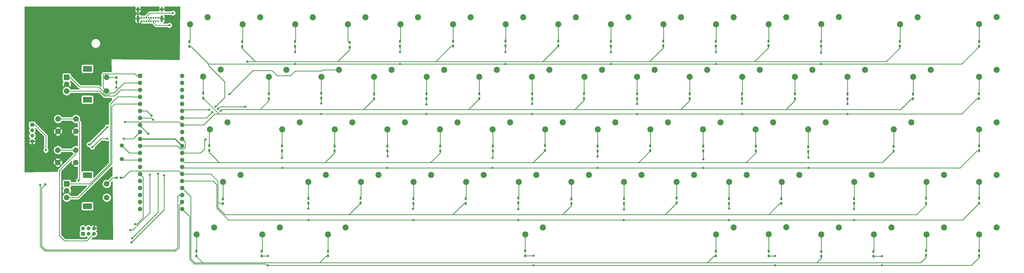
<source format=gbr>
G04 #@! TF.GenerationSoftware,KiCad,Pcbnew,(5.1.0)-1*
G04 #@! TF.CreationDate,2020-08-21T01:29:19+01:00*
G04 #@! TF.ProjectId,marcoboard,6d617263-6f62-46f6-9172-642e6b696361,rev?*
G04 #@! TF.SameCoordinates,Original*
G04 #@! TF.FileFunction,Copper,L2,Bot*
G04 #@! TF.FilePolarity,Positive*
%FSLAX46Y46*%
G04 Gerber Fmt 4.6, Leading zero omitted, Abs format (unit mm)*
G04 Created by KiCad (PCBNEW (5.1.0)-1) date 2020-08-21 01:29:19*
%MOMM*%
%LPD*%
G04 APERTURE LIST*
%ADD10O,1.350000X1.350000*%
%ADD11R,1.350000X1.350000*%
%ADD12O,1.600000X1.600000*%
%ADD13R,1.600000X1.600000*%
%ADD14C,2.200000*%
%ADD15C,1.500000*%
%ADD16C,0.650000*%
%ADD17O,0.900000X2.400000*%
%ADD18O,0.900000X1.700000*%
%ADD19C,2.000000*%
%ADD20R,1.000000X0.800000*%
%ADD21R,0.800000X1.000000*%
%ADD22R,2.000000X2.000000*%
%ADD23R,3.200000X2.000000*%
%ADD24C,0.800000*%
%ADD25C,0.250000*%
%ADD26C,0.381000*%
%ADD27C,0.254000*%
G04 APERTURE END LIST*
D10*
X43250000Y-106400000D03*
X43250000Y-104400000D03*
X43250000Y-102400000D03*
D11*
X43250000Y-100400000D03*
D10*
X65650000Y-137950000D03*
X65650000Y-139950000D03*
X63650000Y-137950000D03*
X63650000Y-139950000D03*
X61650000Y-137950000D03*
D11*
X61650000Y-139950000D03*
D12*
X97540000Y-82700000D03*
X82300000Y-130960000D03*
X97540000Y-85240000D03*
X82300000Y-128420000D03*
X97540000Y-87780000D03*
X82300000Y-125880000D03*
X97540000Y-90320000D03*
X82300000Y-123340000D03*
X97540000Y-92860000D03*
X82300000Y-120800000D03*
X97540000Y-95400000D03*
X82300000Y-118260000D03*
X97540000Y-97940000D03*
X82300000Y-115720000D03*
X97540000Y-100480000D03*
X82300000Y-113180000D03*
X97540000Y-103020000D03*
X82300000Y-110640000D03*
X97540000Y-105560000D03*
X82300000Y-108100000D03*
X97540000Y-108100000D03*
X82300000Y-105560000D03*
X97540000Y-110640000D03*
X82300000Y-103020000D03*
X97540000Y-113180000D03*
X82300000Y-100480000D03*
X97540000Y-115720000D03*
X82300000Y-97940000D03*
X97540000Y-118260000D03*
X82300000Y-95400000D03*
X97540000Y-120800000D03*
X82300000Y-92860000D03*
X97540000Y-123340000D03*
X82300000Y-90320000D03*
X97540000Y-125880000D03*
X82300000Y-87780000D03*
X97540000Y-128420000D03*
X82300000Y-85240000D03*
X97540000Y-130960000D03*
D13*
X82300000Y-82700000D03*
D14*
X126600000Y-140150000D03*
X132950000Y-137610000D03*
X357600000Y-63950000D03*
X363950000Y-61410000D03*
X348050000Y-140150000D03*
X354400000Y-137610000D03*
D15*
X75750000Y-107950000D03*
X75750000Y-112830000D03*
D16*
X87150000Y-62910000D03*
X88850000Y-62910000D03*
X88000000Y-62910000D03*
X86300000Y-62910000D03*
X85450000Y-62910000D03*
X84600000Y-62910000D03*
X83750000Y-62910000D03*
X82900000Y-62910000D03*
X88850000Y-61585000D03*
X87995000Y-61585000D03*
X87145000Y-61585000D03*
X86295000Y-61585000D03*
X85445000Y-61585000D03*
X84595000Y-61585000D03*
X83745000Y-61585000D03*
X82895000Y-61585000D03*
D17*
X90200000Y-61930000D03*
X81550000Y-61930000D03*
D18*
X90200000Y-58550000D03*
X81550000Y-58550000D03*
D19*
X59100000Y-102800000D03*
X59100000Y-98300000D03*
X52600000Y-102800000D03*
X52600000Y-98300000D03*
X59050000Y-114100000D03*
X59050000Y-109600000D03*
X52550000Y-114100000D03*
X52550000Y-109600000D03*
D20*
X75450000Y-119650000D03*
X73750000Y-119650000D03*
D21*
X73800000Y-85000000D03*
X73800000Y-83300000D03*
X386200000Y-147800000D03*
X386200000Y-146100000D03*
X386150000Y-128800000D03*
X386150000Y-127100000D03*
X386200000Y-109800000D03*
X386200000Y-108100000D03*
X386100000Y-90950000D03*
X386100000Y-89250000D03*
X386200000Y-71950000D03*
X386200000Y-70250000D03*
X366950000Y-147750000D03*
X366950000Y-146050000D03*
X366950000Y-128800000D03*
X366950000Y-127100000D03*
X355200000Y-109950000D03*
X355200000Y-108250000D03*
X362250000Y-91000000D03*
X362250000Y-89300000D03*
X357450000Y-71850000D03*
X357450000Y-70150000D03*
X347950000Y-148050000D03*
X347950000Y-146350000D03*
X340850000Y-128900000D03*
X340850000Y-127200000D03*
X338550000Y-91000000D03*
X338550000Y-89300000D03*
X328950000Y-71850000D03*
X328950000Y-70150000D03*
X329050000Y-148050000D03*
X329050000Y-146350000D03*
X324300000Y-110150000D03*
X324300000Y-108450000D03*
X319450000Y-90900000D03*
X319450000Y-89200000D03*
X309900000Y-71750000D03*
X309900000Y-70050000D03*
X309950000Y-148000000D03*
X309950000Y-146300000D03*
X314600000Y-128950000D03*
X314600000Y-127250000D03*
X305300000Y-109850000D03*
X305300000Y-108150000D03*
X300350000Y-90950000D03*
X300350000Y-89250000D03*
X290850000Y-71850000D03*
X290850000Y-70150000D03*
X290850000Y-148000000D03*
X290850000Y-146300000D03*
X295600000Y-128900000D03*
X295600000Y-127200000D03*
X286250000Y-109900000D03*
X286250000Y-108200000D03*
X281350000Y-90900000D03*
X281350000Y-89200000D03*
X271800000Y-71800000D03*
X271800000Y-70100000D03*
X276600000Y-128700000D03*
X276600000Y-127000000D03*
X267100000Y-109800000D03*
X267100000Y-108100000D03*
X262300000Y-90950000D03*
X262300000Y-89250000D03*
X252800000Y-71850000D03*
X252800000Y-70150000D03*
X257550000Y-128900000D03*
X257550000Y-127200000D03*
X248000000Y-109850000D03*
X248000000Y-108150000D03*
X243100000Y-90800000D03*
X243100000Y-89100000D03*
X233750000Y-71800000D03*
X233750000Y-70100000D03*
X238500000Y-129000000D03*
X238500000Y-127300000D03*
X229000000Y-109700000D03*
X229000000Y-108000000D03*
X224300000Y-90900000D03*
X224300000Y-89200000D03*
X214650000Y-71800000D03*
X214650000Y-70100000D03*
X221800000Y-147850000D03*
X221800000Y-146150000D03*
X219350000Y-128650000D03*
X219350000Y-126950000D03*
X210050000Y-109900000D03*
X210050000Y-108200000D03*
X205150000Y-90900000D03*
X205150000Y-89200000D03*
X195700000Y-71900000D03*
X195700000Y-70200000D03*
X200300000Y-128900000D03*
X200300000Y-127200000D03*
X191000000Y-109850000D03*
X191000000Y-108150000D03*
X186000000Y-90950000D03*
X186000000Y-89250000D03*
X176500000Y-71900000D03*
X176500000Y-70200000D03*
X181300000Y-128900000D03*
X181300000Y-127200000D03*
X171900000Y-109900000D03*
X171900000Y-108200000D03*
X167050000Y-91000000D03*
X167050000Y-89300000D03*
X158250000Y-72250000D03*
X158250000Y-70550000D03*
X150400000Y-148000000D03*
X150400000Y-146300000D03*
X162150000Y-128750000D03*
X162150000Y-127050000D03*
X152800000Y-109850000D03*
X152800000Y-108150000D03*
X147950000Y-90700000D03*
X147950000Y-89000000D03*
X138450000Y-71950000D03*
X138450000Y-70250000D03*
X126350000Y-148000000D03*
X126350000Y-146300000D03*
X143250000Y-128850000D03*
X143250000Y-127150000D03*
X133750000Y-109800000D03*
X133750000Y-108100000D03*
X129000000Y-90900000D03*
X129000000Y-89200000D03*
X119350000Y-72000000D03*
X119350000Y-70300000D03*
X102700000Y-147950000D03*
X102700000Y-146250000D03*
X112250000Y-129050000D03*
X112250000Y-127350000D03*
X107400000Y-109700000D03*
X107400000Y-108000000D03*
X105200000Y-90700000D03*
X105200000Y-89000000D03*
X100150000Y-72050000D03*
X100150000Y-70350000D03*
D14*
X386200000Y-140150000D03*
X392550000Y-137610000D03*
X386200000Y-121100000D03*
X392550000Y-118560000D03*
X386200000Y-102050000D03*
X392550000Y-99510000D03*
X386150000Y-83000000D03*
X392500000Y-80460000D03*
X386200000Y-63940000D03*
X392550000Y-61400000D03*
X367150000Y-140150000D03*
X373500000Y-137610000D03*
X367150000Y-121100000D03*
X373500000Y-118560000D03*
X355250000Y-102050000D03*
X361600000Y-99510000D03*
X362350000Y-83000000D03*
X368700000Y-80460000D03*
X340950000Y-121100000D03*
X347300000Y-118560000D03*
X338550000Y-83000000D03*
X344900000Y-80460000D03*
X329050000Y-63940000D03*
X335400000Y-61400000D03*
X329000000Y-140150000D03*
X335350000Y-137610000D03*
X324300000Y-102050000D03*
X330650000Y-99510000D03*
X319500000Y-83000000D03*
X325850000Y-80460000D03*
X310000000Y-63950000D03*
X316350000Y-61410000D03*
X309950000Y-140140000D03*
X316300000Y-137600000D03*
X314750000Y-121100000D03*
X321100000Y-118560000D03*
X305250000Y-102050000D03*
X311600000Y-99510000D03*
X300450000Y-83000000D03*
X306800000Y-80460000D03*
X290950000Y-63950000D03*
X297300000Y-61410000D03*
X290900000Y-140150000D03*
X297250000Y-137610000D03*
X295700000Y-121100000D03*
X302050000Y-118560000D03*
X286200000Y-102050000D03*
X292550000Y-99510000D03*
X281400000Y-83000000D03*
X287750000Y-80460000D03*
X271900000Y-63950000D03*
X278250000Y-61410000D03*
X276650000Y-121100000D03*
X283000000Y-118560000D03*
X267150000Y-102050000D03*
X273500000Y-99510000D03*
X262350000Y-83000000D03*
X268700000Y-80460000D03*
X252850000Y-63950000D03*
X259200000Y-61410000D03*
X257600000Y-121100000D03*
X263950000Y-118560000D03*
X248100000Y-102050000D03*
X254450000Y-99510000D03*
X243300000Y-83000000D03*
X249650000Y-80460000D03*
X233800000Y-63950000D03*
X240150000Y-61410000D03*
X238550000Y-121100000D03*
X244900000Y-118560000D03*
X229050000Y-102050000D03*
X235400000Y-99510000D03*
X224250000Y-83000000D03*
X230600000Y-80460000D03*
X214750000Y-63950000D03*
X221100000Y-61410000D03*
X221850000Y-140150000D03*
X228200000Y-137610000D03*
X219500000Y-121100000D03*
X225850000Y-118560000D03*
X210000000Y-102050000D03*
X216350000Y-99510000D03*
X205200000Y-83000000D03*
X211550000Y-80460000D03*
X195700000Y-63950000D03*
X202050000Y-61410000D03*
X200450000Y-121100000D03*
X206800000Y-118560000D03*
X190950000Y-102050000D03*
X197300000Y-99510000D03*
X186150000Y-83000000D03*
X192500000Y-80460000D03*
X176650000Y-63950000D03*
X183000000Y-61410000D03*
X181400000Y-121100000D03*
X187750000Y-118560000D03*
X171900000Y-102050000D03*
X178250000Y-99510000D03*
X167100000Y-83000000D03*
X173450000Y-80460000D03*
X157600000Y-63950000D03*
X163950000Y-61410000D03*
X150400000Y-140150000D03*
X156750000Y-137610000D03*
X162350000Y-121100000D03*
X168700000Y-118560000D03*
X152850000Y-102050000D03*
X159200000Y-99510000D03*
X148050000Y-83000000D03*
X154400000Y-80460000D03*
X138550000Y-63950000D03*
X144900000Y-61410000D03*
X143300000Y-121100000D03*
X149650000Y-118560000D03*
X133800000Y-102050000D03*
X140150000Y-99510000D03*
X129000000Y-83000000D03*
X135350000Y-80460000D03*
X119500000Y-63950000D03*
X125850000Y-61410000D03*
X102800000Y-140150000D03*
X109150000Y-137610000D03*
X112350000Y-121100000D03*
X118700000Y-118560000D03*
X107600000Y-102050000D03*
X113950000Y-99510000D03*
X105200000Y-82990000D03*
X111550000Y-80450000D03*
X100450000Y-63950000D03*
X106800000Y-61410000D03*
D22*
X55750000Y-121820000D03*
D19*
X55750000Y-124320000D03*
X55750000Y-126820000D03*
D23*
X63250000Y-118720000D03*
X63250000Y-129920000D03*
D19*
X70250000Y-121820000D03*
X70250000Y-126820000D03*
D22*
X55750000Y-83220000D03*
D19*
X55750000Y-85720000D03*
X55750000Y-88220000D03*
D23*
X63250000Y-80120000D03*
X63250000Y-91320000D03*
D19*
X70250000Y-83220000D03*
X70250000Y-88220000D03*
D24*
X89300000Y-70900000D03*
X70450000Y-101200000D03*
X63850000Y-107550000D03*
X328950000Y-74300000D03*
X328950000Y-78350000D03*
X290850000Y-74050000D03*
X290850000Y-78350000D03*
X252800000Y-74150000D03*
X252850000Y-78350000D03*
X214650000Y-74100000D03*
X214650000Y-78350000D03*
X176500000Y-74100000D03*
X176450000Y-78350000D03*
X138450000Y-74050000D03*
X138450000Y-78350000D03*
X109700000Y-93850000D03*
X107400000Y-94950000D03*
X121200000Y-77550000D03*
X120450000Y-93850000D03*
X110550000Y-94650000D03*
X108450000Y-95850000D03*
X338550000Y-92900000D03*
X338550000Y-96500000D03*
X300350000Y-92800000D03*
X300350000Y-96500000D03*
X262300000Y-92900000D03*
X262300000Y-96500000D03*
X224300000Y-92850000D03*
X224300000Y-96500000D03*
X186000000Y-93000000D03*
X186050000Y-96500000D03*
X147950000Y-92700000D03*
X147950000Y-96500000D03*
X73800000Y-86900000D03*
X76900000Y-99400000D03*
X111500000Y-95300000D03*
X106050000Y-105750000D03*
X114650000Y-89300000D03*
X80550000Y-136450000D03*
X65050000Y-108500000D03*
X70350000Y-105450000D03*
X76350000Y-105500000D03*
X92950000Y-64350000D03*
X94200000Y-59900000D03*
X48050000Y-121950000D03*
X48200000Y-109650000D03*
X46200000Y-122200000D03*
X60000000Y-120600000D03*
X79400000Y-141550000D03*
X88800000Y-118200000D03*
X85250000Y-103700000D03*
X79200000Y-143050000D03*
X91000000Y-118800000D03*
X87100000Y-98600000D03*
X78800000Y-138550000D03*
X85900000Y-118550000D03*
X86500000Y-97100000D03*
X324350000Y-112350000D03*
X324350000Y-116050000D03*
X286250000Y-112950000D03*
X286300000Y-116050000D03*
X248000000Y-111950000D03*
X248050000Y-116050000D03*
X210000000Y-112450000D03*
X209900000Y-116050000D03*
X171950000Y-111850000D03*
X171800000Y-116050000D03*
X133750000Y-112450000D03*
X133850000Y-116050000D03*
X143300000Y-130800000D03*
X143350000Y-134900000D03*
X181250000Y-130850000D03*
X181300000Y-134900000D03*
X219350000Y-131000000D03*
X219350000Y-134900000D03*
X257550000Y-131150000D03*
X257500000Y-134900000D03*
X295650000Y-130800000D03*
X295600000Y-134900000D03*
X340850000Y-131000000D03*
X340850000Y-134900000D03*
X351000000Y-148050000D03*
X350950000Y-151400000D03*
X128650000Y-148000000D03*
X128650000Y-151400000D03*
X224800000Y-147850000D03*
X224800000Y-151400000D03*
X312250000Y-148000000D03*
X312250000Y-151400000D03*
D25*
X81895000Y-61585000D02*
X81550000Y-61930000D01*
X82895000Y-61585000D02*
X81895000Y-61585000D01*
X89855000Y-61585000D02*
X90200000Y-61930000D01*
X88850000Y-61585000D02*
X89855000Y-61585000D01*
X98339999Y-106359999D02*
X97540000Y-105560000D01*
X98665001Y-106685001D02*
X98339999Y-106359999D01*
X98080001Y-109225001D02*
X98665001Y-108640001D01*
X98665001Y-108640001D02*
X98665001Y-106685001D01*
X96999999Y-109225001D02*
X98080001Y-109225001D01*
X95874998Y-108100000D02*
X96999999Y-109225001D01*
X82300000Y-108100000D02*
X95874998Y-108100000D01*
X82300000Y-113180000D02*
X76100000Y-113180000D01*
X78440000Y-110640000D02*
X75750000Y-107950000D01*
X82300000Y-110640000D02*
X78440000Y-110640000D01*
D26*
X95000000Y-105560000D02*
X97540000Y-108100000D01*
X82300000Y-105560000D02*
X95000000Y-105560000D01*
X70450000Y-101200000D02*
X64100000Y-107550000D01*
X64100000Y-107550000D02*
X63850000Y-107550000D01*
D25*
X100450000Y-70050000D02*
X100150000Y-70350000D01*
X100450000Y-63950000D02*
X100450000Y-70050000D01*
X386200000Y-71950000D02*
X386200000Y-72050000D01*
X386200000Y-72050000D02*
X379900000Y-78350000D01*
X328950000Y-71850000D02*
X328950000Y-74300000D01*
X379900000Y-78350000D02*
X328950000Y-78350000D01*
X290850000Y-71850000D02*
X290850000Y-74050000D01*
X328950000Y-78350000D02*
X290850000Y-78350000D01*
X252800000Y-71850000D02*
X252800000Y-74150000D01*
X252800000Y-78300000D02*
X252850000Y-78350000D01*
X290850000Y-78350000D02*
X252850000Y-78350000D01*
X214650000Y-71800000D02*
X214650000Y-74100000D01*
X252850000Y-78350000D02*
X214650000Y-78350000D01*
X176500000Y-71900000D02*
X176500000Y-74100000D01*
X176500000Y-78300000D02*
X176450000Y-78350000D01*
X214650000Y-78350000D02*
X176450000Y-78350000D01*
X138500000Y-71900000D02*
X138500000Y-74000000D01*
X176450000Y-78350000D02*
X138450000Y-78350000D01*
X107100000Y-78350000D02*
X107950000Y-78350000D01*
X100800000Y-72050000D02*
X107100000Y-78350000D01*
X100150000Y-72050000D02*
X100800000Y-72050000D01*
X138450000Y-78350000D02*
X107950000Y-78350000D01*
X107100000Y-78350000D02*
X107100000Y-79000000D01*
X107100000Y-79000000D02*
X112950000Y-84850000D01*
X112950000Y-84850000D02*
X112950000Y-90600000D01*
X112950000Y-90600000D02*
X109700000Y-93850000D01*
X97990000Y-94950000D02*
X97540000Y-95400000D01*
X107400000Y-94950000D02*
X97990000Y-94950000D01*
X105200000Y-89000000D02*
X105200000Y-82990000D01*
X357450000Y-72600000D02*
X352500000Y-77550000D01*
X357450000Y-71850000D02*
X357450000Y-72600000D01*
X304850000Y-77550000D02*
X304000000Y-77550000D01*
X309900000Y-72500000D02*
X304850000Y-77550000D01*
X309900000Y-71750000D02*
X309900000Y-72500000D01*
X352500000Y-77550000D02*
X304000000Y-77550000D01*
X266800000Y-77550000D02*
X265300000Y-77550000D01*
X271800000Y-72550000D02*
X266800000Y-77550000D01*
X271800000Y-71800000D02*
X271800000Y-72550000D01*
X304000000Y-77550000D02*
X265300000Y-77550000D01*
X228100000Y-77550000D02*
X226450000Y-77550000D01*
X233750000Y-71900000D02*
X228100000Y-77550000D01*
X233750000Y-71800000D02*
X233750000Y-71900000D01*
X265300000Y-77550000D02*
X226450000Y-77550000D01*
X189400000Y-77550000D02*
X187950000Y-77550000D01*
X195050000Y-71900000D02*
X189400000Y-77550000D01*
X195700000Y-71900000D02*
X195050000Y-71900000D01*
X226450000Y-77550000D02*
X187950000Y-77550000D01*
X153850000Y-77550000D02*
X152500000Y-77550000D01*
X158200000Y-73200000D02*
X153850000Y-77550000D01*
X158200000Y-72450000D02*
X158200000Y-73200000D01*
X187950000Y-77550000D02*
X152500000Y-77550000D01*
X124150000Y-77550000D02*
X125050000Y-77550000D01*
X119350000Y-72750000D02*
X124150000Y-77550000D01*
X119350000Y-72000000D02*
X119350000Y-72750000D01*
X152500000Y-77550000D02*
X125050000Y-77550000D01*
X124150000Y-77550000D02*
X121200000Y-77550000D01*
X120450000Y-93850000D02*
X111350000Y-93850000D01*
X111350000Y-93850000D02*
X110550000Y-94650000D01*
X108450000Y-95850000D02*
X106350000Y-97950000D01*
X106340000Y-97940000D02*
X97540000Y-97940000D01*
X106350000Y-97950000D02*
X106340000Y-97940000D01*
X107400000Y-108000000D02*
X107400000Y-102250000D01*
X385450000Y-90950000D02*
X379900000Y-96500000D01*
X386100000Y-90950000D02*
X385450000Y-90950000D01*
X338550000Y-91000000D02*
X338550000Y-92900000D01*
X379900000Y-96500000D02*
X338550000Y-96500000D01*
X300350000Y-90950000D02*
X300350000Y-92800000D01*
X338550000Y-96500000D02*
X300350000Y-96500000D01*
X262300000Y-90950000D02*
X262300000Y-92900000D01*
X300350000Y-96500000D02*
X262300000Y-96500000D01*
X224300000Y-90900000D02*
X224300000Y-92850000D01*
X262300000Y-96500000D02*
X224300000Y-96500000D01*
X186000000Y-90950000D02*
X186000000Y-93000000D01*
X186000000Y-96450000D02*
X186050000Y-96500000D01*
X224300000Y-96500000D02*
X186050000Y-96500000D01*
X147950000Y-90700000D02*
X147950000Y-92700000D01*
X186050000Y-96500000D02*
X147950000Y-96500000D01*
X110900000Y-96500000D02*
X111900000Y-96500000D01*
X105200000Y-90800000D02*
X110900000Y-96500000D01*
X105200000Y-90700000D02*
X105200000Y-90800000D01*
X147950000Y-96500000D02*
X111900000Y-96500000D01*
X73800000Y-85000000D02*
X73800000Y-86900000D01*
X96740001Y-99680001D02*
X97540000Y-100480000D01*
X96414999Y-99354999D02*
X96740001Y-99680001D01*
X77510686Y-99354999D02*
X96414999Y-99354999D01*
X77465685Y-99400000D02*
X77510686Y-99354999D01*
X76900000Y-99400000D02*
X77465685Y-99400000D01*
X110900000Y-96500000D02*
X109350000Y-96500000D01*
X105370000Y-100480000D02*
X97540000Y-100480000D01*
X109350000Y-96500000D02*
X105370000Y-100480000D01*
X112350000Y-127250000D02*
X112250000Y-127350000D01*
X112350000Y-121100000D02*
X112350000Y-127250000D01*
X361600000Y-91000000D02*
X357750000Y-94850000D01*
X362250000Y-91000000D02*
X361600000Y-91000000D01*
X316250000Y-94850000D02*
X313850000Y-94850000D01*
X319450000Y-91650000D02*
X316250000Y-94850000D01*
X319450000Y-90900000D02*
X319450000Y-91650000D01*
X357750000Y-94850000D02*
X313850000Y-94850000D01*
X278150000Y-94850000D02*
X276550000Y-94850000D01*
X281350000Y-91650000D02*
X278150000Y-94850000D01*
X281350000Y-90900000D02*
X281350000Y-91650000D01*
X313850000Y-94850000D02*
X276550000Y-94850000D01*
X239800000Y-94850000D02*
X238800000Y-94850000D01*
X243100000Y-91550000D02*
X239800000Y-94850000D01*
X243100000Y-90800000D02*
X243100000Y-91550000D01*
X276550000Y-94850000D02*
X238800000Y-94850000D01*
X201300000Y-94850000D02*
X199850000Y-94850000D01*
X205150000Y-91000000D02*
X201300000Y-94850000D01*
X205150000Y-90900000D02*
X205150000Y-91000000D01*
X238800000Y-94850000D02*
X199850000Y-94850000D01*
X163300000Y-94850000D02*
X160000000Y-94850000D01*
X167050000Y-91100000D02*
X163300000Y-94850000D01*
X167050000Y-91000000D02*
X167050000Y-91100000D01*
X199850000Y-94850000D02*
X160000000Y-94850000D01*
X126850000Y-94850000D02*
X131600000Y-94850000D01*
X160000000Y-94850000D02*
X126850000Y-94850000D01*
X129000000Y-90900000D02*
X129000000Y-91650000D01*
X129000000Y-91650000D02*
X125800000Y-94850000D01*
X125800000Y-94850000D02*
X126850000Y-94850000D01*
X125800000Y-94850000D02*
X111950000Y-94850000D01*
X111950000Y-94850000D02*
X111500000Y-95300000D01*
X105650001Y-106149999D02*
X105650001Y-109199999D01*
X106050000Y-105750000D02*
X105650001Y-106149999D01*
X104210000Y-110640000D02*
X97540000Y-110640000D01*
X105650001Y-109199999D02*
X104210000Y-110640000D01*
X102800000Y-146150000D02*
X102700000Y-146250000D01*
X102800000Y-140150000D02*
X102800000Y-146150000D01*
X355200000Y-110050000D02*
X351150000Y-114100000D01*
X355200000Y-109950000D02*
X355200000Y-110050000D01*
X301800000Y-114100000D02*
X300700000Y-114100000D01*
X305300000Y-110600000D02*
X301800000Y-114100000D01*
X305300000Y-109850000D02*
X305300000Y-110600000D01*
X351150000Y-114100000D02*
X300700000Y-114100000D01*
X267100000Y-109900000D02*
X262900000Y-114100000D01*
X267100000Y-109800000D02*
X267100000Y-109900000D01*
X300700000Y-114100000D02*
X262800000Y-114100000D01*
X229000000Y-109800000D02*
X224750000Y-114050000D01*
X229000000Y-109700000D02*
X229000000Y-109800000D01*
X262800000Y-114100000D02*
X224750000Y-114100000D01*
X191000000Y-110600000D02*
X187500000Y-114100000D01*
X191000000Y-109850000D02*
X191000000Y-110600000D01*
X224750000Y-114100000D02*
X187500000Y-114100000D01*
X149300000Y-114100000D02*
X148250000Y-114100000D01*
X152800000Y-110600000D02*
X149300000Y-114100000D01*
X152800000Y-109850000D02*
X152800000Y-110600000D01*
X187500000Y-114100000D02*
X148250000Y-114100000D01*
X107400000Y-110450000D02*
X111050000Y-114100000D01*
X107400000Y-109700000D02*
X107400000Y-110450000D01*
X148250000Y-114100000D02*
X111050000Y-114100000D01*
X98460000Y-114100000D02*
X97540000Y-113180000D01*
X111050000Y-114100000D02*
X98460000Y-114100000D01*
X119500000Y-70150000D02*
X119350000Y-70300000D01*
X119500000Y-63950000D02*
X119500000Y-70150000D01*
X129000000Y-89200000D02*
X129000000Y-83000000D01*
X133750000Y-108100000D02*
X133750000Y-102100000D01*
X143300000Y-127100000D02*
X143250000Y-127150000D01*
X143300000Y-121100000D02*
X143300000Y-127100000D01*
X126600000Y-146050000D02*
X126350000Y-146300000D01*
X126600000Y-140150000D02*
X126600000Y-146050000D01*
X138600000Y-70100000D02*
X138500000Y-70200000D01*
X138600000Y-63900000D02*
X138600000Y-70100000D01*
X147950000Y-89000000D02*
X147950000Y-83100000D01*
X152800000Y-108150000D02*
X152800000Y-102100000D01*
X162350000Y-121100000D02*
X162350000Y-126850000D01*
X162350000Y-126850000D02*
X162150000Y-127050000D01*
X150400000Y-141705634D02*
X150400000Y-146300000D01*
X150400000Y-140150000D02*
X150400000Y-141705634D01*
X157600000Y-70150000D02*
X158200000Y-70750000D01*
X157600000Y-63950000D02*
X157600000Y-70150000D01*
X167050000Y-89300000D02*
X167050000Y-83050000D01*
X171900000Y-108200000D02*
X171900000Y-102050000D01*
X181400000Y-127100000D02*
X181300000Y-127200000D01*
X181400000Y-121100000D02*
X181400000Y-127100000D01*
X176650000Y-70050000D02*
X176500000Y-70200000D01*
X176650000Y-63950000D02*
X176650000Y-70050000D01*
X186000000Y-89250000D02*
X186000000Y-83150000D01*
X191000000Y-108150000D02*
X191000000Y-102100000D01*
X200450000Y-127050000D02*
X200300000Y-127200000D01*
X200450000Y-121100000D02*
X200450000Y-127050000D01*
X195700000Y-63950000D02*
X195700000Y-70200000D01*
X205150000Y-89200000D02*
X205150000Y-83050000D01*
X210050000Y-108200000D02*
X210050000Y-102100000D01*
X219500000Y-126800000D02*
X219350000Y-126950000D01*
X219500000Y-121100000D02*
X219500000Y-126800000D01*
X221800000Y-146150000D02*
X221800000Y-140200000D01*
X214750000Y-70000000D02*
X214650000Y-70100000D01*
X214750000Y-63950000D02*
X214750000Y-70000000D01*
X224300000Y-89200000D02*
X224300000Y-83050000D01*
X229000000Y-108000000D02*
X229000000Y-102100000D01*
X238550000Y-127250000D02*
X238500000Y-127300000D01*
X238550000Y-121100000D02*
X238550000Y-127250000D01*
X233800000Y-70050000D02*
X233750000Y-70100000D01*
X233800000Y-63950000D02*
X233800000Y-70050000D01*
X243100000Y-89100000D02*
X243100000Y-83200000D01*
X248000000Y-108150000D02*
X248000000Y-102150000D01*
X257600000Y-127150000D02*
X257550000Y-127200000D01*
X257600000Y-121100000D02*
X257600000Y-127150000D01*
X252850000Y-70100000D02*
X252800000Y-70150000D01*
X252850000Y-63950000D02*
X252850000Y-70100000D01*
X262300000Y-89250000D02*
X262300000Y-83050000D01*
X267150000Y-108050000D02*
X267100000Y-108100000D01*
X267150000Y-102050000D02*
X267150000Y-108050000D01*
X276650000Y-126950000D02*
X276600000Y-127000000D01*
X276650000Y-121100000D02*
X276650000Y-126950000D01*
X271900000Y-70000000D02*
X271800000Y-70100000D01*
X271900000Y-63950000D02*
X271900000Y-70000000D01*
X281350000Y-89200000D02*
X281350000Y-83050000D01*
X286200000Y-108150000D02*
X286250000Y-108200000D01*
X286200000Y-102050000D02*
X286200000Y-108150000D01*
X295600000Y-127200000D02*
X295600000Y-121200000D01*
X290850000Y-146300000D02*
X290850000Y-140200000D01*
X290950000Y-70050000D02*
X290850000Y-70150000D01*
X290950000Y-63950000D02*
X290950000Y-70050000D01*
X300450000Y-89150000D02*
X300350000Y-89250000D01*
X300450000Y-83000000D02*
X300450000Y-89150000D01*
X305250000Y-108100000D02*
X305300000Y-108150000D01*
X305250000Y-102050000D02*
X305250000Y-108100000D01*
X314600000Y-127250000D02*
X314600000Y-121250000D01*
X309950000Y-145550000D02*
X309950000Y-140140000D01*
X309950000Y-146300000D02*
X309950000Y-145550000D01*
X310000000Y-69950000D02*
X309900000Y-70050000D01*
X310000000Y-63950000D02*
X310000000Y-69950000D01*
X319500000Y-89150000D02*
X319450000Y-89200000D01*
X319500000Y-83000000D02*
X319500000Y-89150000D01*
X324300000Y-102050000D02*
X324300000Y-108450000D01*
X329000000Y-146300000D02*
X328950000Y-146350000D01*
X329000000Y-140150000D02*
X329000000Y-146300000D01*
X329050000Y-70050000D02*
X328950000Y-70150000D01*
X329050000Y-63940000D02*
X329050000Y-70050000D01*
X338550000Y-84555634D02*
X338550000Y-89300000D01*
X338550000Y-83000000D02*
X338550000Y-84555634D01*
X340950000Y-127100000D02*
X340850000Y-127200000D01*
X340950000Y-121100000D02*
X340950000Y-127100000D01*
X348050000Y-146250000D02*
X347950000Y-146350000D01*
X348050000Y-140150000D02*
X348050000Y-146250000D01*
X357600000Y-70000000D02*
X357450000Y-70150000D01*
X357600000Y-63950000D02*
X357600000Y-70000000D01*
X362350000Y-89200000D02*
X362250000Y-89300000D01*
X362350000Y-83000000D02*
X362350000Y-89200000D01*
X355250000Y-108200000D02*
X355200000Y-108250000D01*
X355250000Y-102050000D02*
X355250000Y-108200000D01*
X366950000Y-127100000D02*
X366950000Y-121300000D01*
X367150000Y-145850000D02*
X366950000Y-146050000D01*
X367150000Y-140150000D02*
X367150000Y-145850000D01*
X386200000Y-65495634D02*
X386200000Y-70250000D01*
X386200000Y-63940000D02*
X386200000Y-65495634D01*
X386150000Y-89200000D02*
X386100000Y-89250000D01*
X386150000Y-83000000D02*
X386150000Y-89200000D01*
X386200000Y-103605634D02*
X386200000Y-108100000D01*
X386200000Y-102050000D02*
X386200000Y-103605634D01*
X386200000Y-127050000D02*
X386150000Y-127100000D01*
X386200000Y-121100000D02*
X386200000Y-127050000D01*
X386200000Y-140150000D02*
X386200000Y-146100000D01*
X73720000Y-83220000D02*
X73800000Y-83300000D01*
X70250000Y-83220000D02*
X73720000Y-83220000D01*
X72420000Y-119650000D02*
X73750000Y-119650000D01*
X70250000Y-121820000D02*
X72420000Y-119650000D01*
X76533002Y-85240000D02*
X82300000Y-85240000D01*
X72917001Y-88856001D02*
X76533002Y-85240000D01*
X70886001Y-89545001D02*
X71575001Y-88856001D01*
X55750000Y-83220000D02*
X57000000Y-83220000D01*
X69613999Y-89545001D02*
X70886001Y-89545001D01*
X60480000Y-86700000D02*
X67300000Y-86700000D01*
X67300000Y-86700000D02*
X68924999Y-88324999D01*
X57000000Y-83220000D02*
X60480000Y-86700000D01*
X68924999Y-88324999D02*
X68924999Y-88856001D01*
X71575001Y-88856001D02*
X72917001Y-88856001D01*
X68924999Y-88856001D02*
X69613999Y-89545001D01*
X69427599Y-89995011D02*
X73104989Y-89995011D01*
X55750000Y-88220000D02*
X67652588Y-88220000D01*
X67652588Y-88220000D02*
X69427599Y-89995011D01*
X75320000Y-87780000D02*
X82300000Y-87780000D01*
X73104989Y-89995011D02*
X75320000Y-87780000D01*
X68924999Y-86894999D02*
X68924999Y-82175001D01*
X70250000Y-88220000D02*
X68924999Y-86894999D01*
X81250000Y-82700000D02*
X82300000Y-82700000D01*
X80444999Y-81894999D02*
X81250000Y-82700000D01*
X69205001Y-81894999D02*
X80444999Y-81894999D01*
X68924999Y-82175001D02*
X69205001Y-81894999D01*
X55750000Y-121820000D02*
X64230000Y-121820000D01*
X64230000Y-121820000D02*
X71650000Y-114400000D01*
X71650000Y-114400000D02*
X71650000Y-92850000D01*
X71650000Y-92850000D02*
X74300000Y-90200000D01*
X74300000Y-90200000D02*
X79800000Y-90200000D01*
X79920000Y-90320000D02*
X82300000Y-90320000D01*
X79800000Y-90200000D02*
X79920000Y-90320000D01*
X59866410Y-126820000D02*
X72100010Y-114586400D01*
X55750000Y-126820000D02*
X59866410Y-126820000D01*
X72100010Y-114586400D02*
X72100010Y-93899990D01*
X73140000Y-92860000D02*
X82300000Y-92860000D01*
X72100010Y-93899990D02*
X73140000Y-92860000D01*
X148480998Y-80460000D02*
X147990998Y-80950000D01*
X154400000Y-80460000D02*
X148480998Y-80460000D01*
X147990998Y-80950000D02*
X138500000Y-80950000D01*
X138500000Y-80950000D02*
X136800000Y-82650000D01*
X136800000Y-82650000D02*
X132000000Y-82650000D01*
X132000000Y-82650000D02*
X130100000Y-80750000D01*
X130100000Y-80750000D02*
X123200000Y-80750000D01*
X123200000Y-80750000D02*
X114650000Y-89300000D01*
X83099999Y-119059999D02*
X82300000Y-118260000D01*
X83425001Y-119385001D02*
X83099999Y-119059999D01*
X83425001Y-134140684D02*
X83425001Y-119385001D01*
X81115685Y-136450000D02*
X83425001Y-134140684D01*
X80550000Y-136450000D02*
X81115685Y-136450000D01*
X57635787Y-109600000D02*
X52550000Y-109600000D01*
X59050000Y-109600000D02*
X57635787Y-109600000D01*
X59050000Y-111014213D02*
X53100000Y-116964213D01*
X59050000Y-109600000D02*
X59050000Y-111014213D01*
X53100000Y-116964213D02*
X53100000Y-140600000D01*
X53100000Y-140600000D02*
X55000000Y-142500000D01*
X63100000Y-142500000D02*
X65650000Y-139950000D01*
X55000000Y-142500000D02*
X63100000Y-142500000D01*
X65050000Y-108500000D02*
X68100000Y-105450000D01*
X68100000Y-105450000D02*
X70350000Y-105450000D01*
X79820000Y-105500000D02*
X82300000Y-103020000D01*
X76350000Y-105500000D02*
X79820000Y-105500000D01*
X88130381Y-64350000D02*
X92950000Y-64350000D01*
X87150000Y-62910000D02*
X87150000Y-63369619D01*
X87150000Y-63369619D02*
X88130381Y-64350000D01*
X85820381Y-59900000D02*
X94200000Y-59900000D01*
X84595000Y-61585000D02*
X84595000Y-61125381D01*
X84595000Y-61125381D02*
X85820381Y-59900000D01*
X95964989Y-126323641D02*
X95964989Y-129358601D01*
X97540000Y-125880000D02*
X96408630Y-125880000D01*
X96408630Y-125880000D02*
X95964989Y-126323641D01*
X95964989Y-129358601D02*
X95964989Y-135550000D01*
X95964989Y-144785011D02*
X95000010Y-145749990D01*
X95964989Y-135550000D02*
X95964989Y-144785011D01*
X95000010Y-145749990D02*
X48136400Y-145749990D01*
X48136400Y-145749990D02*
X46650010Y-144263600D01*
X46650010Y-144263600D02*
X46650010Y-125600000D01*
X46650010Y-125600000D02*
X46650010Y-123400000D01*
X46650010Y-123400000D02*
X46650010Y-123349990D01*
X46650010Y-123349990D02*
X48050000Y-121950000D01*
X44175000Y-100400000D02*
X43250000Y-100400000D01*
X48200000Y-104425000D02*
X44175000Y-100400000D01*
X48200000Y-109650000D02*
X48200000Y-104425000D01*
X96414999Y-129545001D02*
X96414999Y-144985001D01*
X97540000Y-128420000D02*
X96414999Y-129545001D01*
X96414999Y-144985001D02*
X95200000Y-146200000D01*
X95200000Y-146200000D02*
X47950000Y-146200000D01*
X47950000Y-146200000D02*
X46200000Y-144450000D01*
X46200000Y-144450000D02*
X46200000Y-123300000D01*
X46200000Y-123300000D02*
X46200000Y-122200000D01*
X57685787Y-98300000D02*
X52600000Y-98300000D01*
X59100000Y-98300000D02*
X57685787Y-98300000D01*
X60425001Y-120174999D02*
X60000000Y-120600000D01*
X59100000Y-98300000D02*
X60425001Y-99625001D01*
X60425001Y-99625001D02*
X60425001Y-120174999D01*
X79400000Y-141550000D02*
X88800000Y-132150000D01*
X88800000Y-132150000D02*
X88800000Y-118200000D01*
X82300000Y-100750000D02*
X82300000Y-100480000D01*
X85250000Y-103700000D02*
X82300000Y-100750000D01*
X79200000Y-143050000D02*
X91000000Y-131250000D01*
X91000000Y-131250000D02*
X91000000Y-118800000D01*
X86440000Y-97940000D02*
X82300000Y-97940000D01*
X87100000Y-98600000D02*
X86440000Y-97940000D01*
X85900000Y-132302095D02*
X85900000Y-118550000D01*
X78800000Y-138550000D02*
X79652095Y-138550000D01*
X79652095Y-138550000D02*
X85900000Y-132302095D01*
X84800000Y-95400000D02*
X82300000Y-95400000D01*
X86500000Y-97100000D02*
X84800000Y-95400000D01*
X86295000Y-61697002D02*
X86295000Y-61585000D01*
X85450000Y-62542002D02*
X86295000Y-61697002D01*
X85450000Y-62910000D02*
X85450000Y-62542002D01*
X366950000Y-129550000D02*
X363550000Y-132950000D01*
X366950000Y-128800000D02*
X366950000Y-129550000D01*
X309950000Y-132950000D02*
X308250000Y-132950000D01*
X313950000Y-128950000D02*
X309950000Y-132950000D01*
X314600000Y-128950000D02*
X313950000Y-128950000D01*
X363550000Y-132950000D02*
X308250000Y-132950000D01*
X272450000Y-132950000D02*
X271800000Y-132950000D01*
X276600000Y-128800000D02*
X272450000Y-132950000D01*
X276600000Y-128700000D02*
X276600000Y-128800000D01*
X308250000Y-132950000D02*
X271800000Y-132950000D01*
X235300000Y-132950000D02*
X234050000Y-132950000D01*
X238500000Y-129750000D02*
X235300000Y-132950000D01*
X238500000Y-129000000D02*
X238500000Y-129750000D01*
X271800000Y-132950000D02*
X234050000Y-132950000D01*
X195600000Y-132950000D02*
X194600000Y-132950000D01*
X199650000Y-128900000D02*
X195600000Y-132950000D01*
X200300000Y-128900000D02*
X199650000Y-128900000D01*
X234050000Y-132950000D02*
X194600000Y-132950000D01*
X158050000Y-132950000D02*
X157150000Y-132950000D01*
X162150000Y-128850000D02*
X158050000Y-132950000D01*
X194600000Y-132950000D02*
X157150000Y-132950000D01*
X157150000Y-132950000D02*
X115150000Y-132950000D01*
X115150000Y-132950000D02*
X113050000Y-132950000D01*
X113050000Y-132950000D02*
X110550000Y-130450000D01*
X111300000Y-129050000D02*
X110550000Y-128300000D01*
X112250000Y-129050000D02*
X111300000Y-129050000D01*
X110550000Y-130450000D02*
X110550000Y-128300000D01*
X162150000Y-128750000D02*
X162150000Y-128850000D01*
X96740001Y-117460001D02*
X97540000Y-118260000D01*
X96414999Y-117134999D02*
X96740001Y-117460001D01*
X78715001Y-117134999D02*
X96414999Y-117134999D01*
X76200000Y-119650000D02*
X78715001Y-117134999D01*
X75450000Y-119650000D02*
X76200000Y-119650000D01*
X107960000Y-118260000D02*
X97540000Y-118260000D01*
X110550000Y-128300000D02*
X110550000Y-120850000D01*
X110550000Y-120850000D02*
X107960000Y-118260000D01*
X366950000Y-148500000D02*
X365000000Y-150450000D01*
X366950000Y-147750000D02*
X366950000Y-148500000D01*
X327400000Y-150450000D02*
X327050000Y-150450000D01*
X329050000Y-148800000D02*
X327400000Y-150450000D01*
X329050000Y-148050000D02*
X329050000Y-148800000D01*
X365000000Y-150450000D02*
X327050000Y-150450000D01*
X287750000Y-150450000D02*
X287300000Y-150450000D01*
X290200000Y-148000000D02*
X287750000Y-150450000D01*
X290850000Y-148000000D02*
X290200000Y-148000000D01*
X327050000Y-150450000D02*
X287300000Y-150450000D01*
X149750000Y-148000000D02*
X150400000Y-148000000D01*
X147350000Y-150400000D02*
X149750000Y-148000000D01*
X105050000Y-150400000D02*
X147350000Y-150400000D01*
X102700000Y-147950000D02*
X102700000Y-148050000D01*
X102700000Y-148050000D02*
X105050000Y-150400000D01*
X287250000Y-150400000D02*
X287300000Y-150450000D01*
X147350000Y-150400000D02*
X287250000Y-150400000D01*
X105050000Y-150400000D02*
X102100000Y-150400000D01*
X102100000Y-150400000D02*
X100700000Y-149000000D01*
X100700000Y-149000000D02*
X100700000Y-126500000D01*
X100700000Y-126500000D02*
X97540000Y-123340000D01*
X385550000Y-109800000D02*
X379300000Y-116050000D01*
X386200000Y-109800000D02*
X385550000Y-109800000D01*
X324300000Y-110150000D02*
X324300000Y-112300000D01*
X379300000Y-116050000D02*
X324350000Y-116050000D01*
X286250000Y-109900000D02*
X286250000Y-112950000D01*
X286250000Y-116000000D02*
X286300000Y-116050000D01*
X324350000Y-116050000D02*
X286300000Y-116050000D01*
X248000000Y-109850000D02*
X248000000Y-111950000D01*
X248000000Y-116000000D02*
X248050000Y-116050000D01*
X286300000Y-116050000D02*
X248050000Y-116050000D01*
X210050000Y-109900000D02*
X210050000Y-112400000D01*
X210000000Y-115950000D02*
X209900000Y-116050000D01*
X248050000Y-116050000D02*
X209900000Y-116050000D01*
X171900000Y-109900000D02*
X171900000Y-111800000D01*
X171950000Y-115900000D02*
X171800000Y-116050000D01*
X209900000Y-116050000D02*
X171800000Y-116050000D01*
X171800000Y-116050000D02*
X133850000Y-116050000D01*
X133750000Y-109800000D02*
X133750000Y-112450000D01*
X133750000Y-116000000D02*
X133700000Y-116050000D01*
X133850000Y-116050000D02*
X133700000Y-116050000D01*
X97870000Y-116050000D02*
X97540000Y-115720000D01*
X133850000Y-116050000D02*
X97870000Y-116050000D01*
X386150000Y-128900000D02*
X380150000Y-134900000D01*
X386150000Y-128800000D02*
X386150000Y-128900000D01*
X143250000Y-128850000D02*
X143250000Y-130750000D01*
X143300000Y-134850000D02*
X143350000Y-134900000D01*
X181300000Y-128900000D02*
X181300000Y-130800000D01*
X181250000Y-134850000D02*
X181300000Y-134900000D01*
X181300000Y-134900000D02*
X143350000Y-134900000D01*
X219350000Y-128650000D02*
X219350000Y-131000000D01*
X219350000Y-134900000D02*
X181300000Y-134900000D01*
X257550000Y-128900000D02*
X257550000Y-131150000D01*
X257550000Y-134850000D02*
X257500000Y-134900000D01*
X257500000Y-134900000D02*
X219350000Y-134900000D01*
X295600000Y-128900000D02*
X295600000Y-130750000D01*
X295650000Y-134850000D02*
X295600000Y-134900000D01*
X295600000Y-134900000D02*
X257500000Y-134900000D01*
X340850000Y-128900000D02*
X340850000Y-131000000D01*
X380150000Y-134900000D02*
X340850000Y-134900000D01*
X340850000Y-134900000D02*
X295600000Y-134900000D01*
X114363590Y-134900000D02*
X110099990Y-130636400D01*
X143350000Y-134900000D02*
X114363590Y-134900000D01*
X110099990Y-130636400D02*
X110099990Y-122049990D01*
X108850000Y-120800000D02*
X97540000Y-120800000D01*
X110099990Y-122049990D02*
X108850000Y-120800000D01*
X386200000Y-148550000D02*
X383350000Y-151400000D01*
X386200000Y-147800000D02*
X386200000Y-148550000D01*
X383350000Y-151400000D02*
X355350000Y-151400000D01*
X347950000Y-148050000D02*
X351000000Y-148050000D01*
X351000000Y-151350000D02*
X350950000Y-151400000D01*
X355350000Y-151400000D02*
X350950000Y-151400000D01*
X126350000Y-148000000D02*
X128650000Y-148000000D01*
X221800000Y-147850000D02*
X224800000Y-147850000D01*
X224800000Y-151400000D02*
X128650000Y-151400000D01*
X309950000Y-148000000D02*
X312250000Y-148000000D01*
X350950000Y-151400000D02*
X312250000Y-151400000D01*
X312250000Y-151400000D02*
X224800000Y-151400000D01*
X128084315Y-151400000D02*
X127534325Y-150850010D01*
X128650000Y-151400000D02*
X128084315Y-151400000D01*
X101913599Y-150850009D02*
X100249990Y-149186400D01*
X127534325Y-150850010D02*
X101913599Y-150850009D01*
X100249990Y-133669990D02*
X97540000Y-130960000D01*
X100249990Y-149186400D02*
X100249990Y-133669990D01*
D27*
G36*
X57427616Y-113841108D02*
G01*
X57408282Y-114162595D01*
X57452039Y-114481675D01*
X57557205Y-114786088D01*
X57650186Y-114960044D01*
X57914587Y-115055808D01*
X58870395Y-114100000D01*
X58856253Y-114085858D01*
X59035858Y-113906253D01*
X59050000Y-113920395D01*
X59064143Y-113906253D01*
X59243748Y-114085858D01*
X59229605Y-114100000D01*
X59243748Y-114114143D01*
X59064143Y-114293748D01*
X59050000Y-114279605D01*
X58094192Y-115235413D01*
X58189956Y-115499814D01*
X58479571Y-115640704D01*
X58791108Y-115722384D01*
X59112595Y-115741718D01*
X59431675Y-115697961D01*
X59665002Y-115617353D01*
X59665002Y-119618485D01*
X59509744Y-119682795D01*
X59340226Y-119796063D01*
X59196063Y-119940226D01*
X59082795Y-120109744D01*
X59004774Y-120298102D01*
X58965000Y-120498061D01*
X58965000Y-120701939D01*
X59004774Y-120901898D01*
X59070262Y-121060000D01*
X57388072Y-121060000D01*
X57388072Y-120820000D01*
X57375812Y-120695518D01*
X57339502Y-120575820D01*
X57280537Y-120465506D01*
X57201185Y-120368815D01*
X57104494Y-120289463D01*
X56994180Y-120230498D01*
X56874482Y-120194188D01*
X56750000Y-120181928D01*
X54750000Y-120181928D01*
X54625518Y-120194188D01*
X54505820Y-120230498D01*
X54395506Y-120289463D01*
X54298815Y-120368815D01*
X54219463Y-120465506D01*
X54160498Y-120575820D01*
X54124188Y-120695518D01*
X54111928Y-120820000D01*
X54111928Y-122820000D01*
X54124188Y-122944482D01*
X54160498Y-123064180D01*
X54219463Y-123174494D01*
X54298815Y-123271185D01*
X54395506Y-123350537D01*
X54499223Y-123405976D01*
X54350186Y-123459956D01*
X54209296Y-123749571D01*
X54127616Y-124061108D01*
X54108282Y-124382595D01*
X54152039Y-124701675D01*
X54257205Y-125006088D01*
X54350186Y-125180044D01*
X54614587Y-125275808D01*
X55570395Y-124320000D01*
X55556253Y-124305858D01*
X55735858Y-124126253D01*
X55750000Y-124140395D01*
X55764143Y-124126253D01*
X55943748Y-124305858D01*
X55929605Y-124320000D01*
X56885413Y-125275808D01*
X57149814Y-125180044D01*
X57290704Y-124890429D01*
X57372384Y-124578892D01*
X57391718Y-124257405D01*
X57347961Y-123938325D01*
X57242795Y-123633912D01*
X57149814Y-123459956D01*
X57000777Y-123405976D01*
X57104494Y-123350537D01*
X57201185Y-123271185D01*
X57280537Y-123174494D01*
X57339502Y-123064180D01*
X57375812Y-122944482D01*
X57388072Y-122820000D01*
X57388072Y-122580000D01*
X63031609Y-122580000D01*
X59551609Y-126060000D01*
X57204909Y-126060000D01*
X57198918Y-126045537D01*
X57019987Y-125777748D01*
X56792252Y-125550013D01*
X56695065Y-125485075D01*
X56705808Y-125455413D01*
X55750000Y-124499605D01*
X54794192Y-125455413D01*
X54804935Y-125485075D01*
X54707748Y-125550013D01*
X54480013Y-125777748D01*
X54301082Y-126045537D01*
X54177832Y-126343088D01*
X54115000Y-126658967D01*
X54115000Y-126981033D01*
X54177832Y-127296912D01*
X54301082Y-127594463D01*
X54480013Y-127862252D01*
X54707748Y-128089987D01*
X54975537Y-128268918D01*
X55273088Y-128392168D01*
X55588967Y-128455000D01*
X55911033Y-128455000D01*
X56226912Y-128392168D01*
X56524463Y-128268918D01*
X56792252Y-128089987D01*
X57019987Y-127862252D01*
X57198918Y-127594463D01*
X57204909Y-127580000D01*
X59829088Y-127580000D01*
X59866410Y-127583676D01*
X59903732Y-127580000D01*
X59903743Y-127580000D01*
X60015396Y-127569003D01*
X60158657Y-127525546D01*
X60290686Y-127454974D01*
X60406411Y-127360001D01*
X60430214Y-127330997D01*
X61102244Y-126658967D01*
X68615000Y-126658967D01*
X68615000Y-126981033D01*
X68677832Y-127296912D01*
X68801082Y-127594463D01*
X68980013Y-127862252D01*
X69207748Y-128089987D01*
X69475537Y-128268918D01*
X69773088Y-128392168D01*
X70088967Y-128455000D01*
X70411033Y-128455000D01*
X70726912Y-128392168D01*
X71024463Y-128268918D01*
X71292252Y-128089987D01*
X71519987Y-127862252D01*
X71698918Y-127594463D01*
X71822168Y-127296912D01*
X71885000Y-126981033D01*
X71885000Y-126658967D01*
X71822168Y-126343088D01*
X71698918Y-126045537D01*
X71519987Y-125777748D01*
X71292252Y-125550013D01*
X71024463Y-125371082D01*
X70726912Y-125247832D01*
X70411033Y-125185000D01*
X70088967Y-125185000D01*
X69773088Y-125247832D01*
X69475537Y-125371082D01*
X69207748Y-125550013D01*
X68980013Y-125777748D01*
X68801082Y-126045537D01*
X68677832Y-126343088D01*
X68615000Y-126658967D01*
X61102244Y-126658967D01*
X72157103Y-115604109D01*
X72184182Y-118927337D01*
X72127753Y-118944454D01*
X71995724Y-119015026D01*
X71995722Y-119015027D01*
X71995723Y-119015027D01*
X71908996Y-119086201D01*
X71908992Y-119086205D01*
X71879999Y-119109999D01*
X71856205Y-119138992D01*
X70741375Y-120253823D01*
X70726912Y-120247832D01*
X70411033Y-120185000D01*
X70088967Y-120185000D01*
X69773088Y-120247832D01*
X69475537Y-120371082D01*
X69207748Y-120550013D01*
X68980013Y-120777748D01*
X68801082Y-121045537D01*
X68677832Y-121343088D01*
X68615000Y-121658967D01*
X68615000Y-121981033D01*
X68677832Y-122296912D01*
X68801082Y-122594463D01*
X68980013Y-122862252D01*
X69207748Y-123089987D01*
X69475537Y-123268918D01*
X69773088Y-123392168D01*
X70088967Y-123455000D01*
X70411033Y-123455000D01*
X70726912Y-123392168D01*
X71024463Y-123268918D01*
X71292252Y-123089987D01*
X71519987Y-122862252D01*
X71698918Y-122594463D01*
X71822168Y-122296912D01*
X71885000Y-121981033D01*
X71885000Y-121658967D01*
X71822168Y-121343088D01*
X71816177Y-121328625D01*
X72200615Y-120944187D01*
X72371953Y-141971993D01*
X64762413Y-141912388D01*
X65430120Y-141244682D01*
X65585649Y-141260000D01*
X65714351Y-141260000D01*
X65906805Y-141241045D01*
X66153741Y-141166138D01*
X66381318Y-141044495D01*
X66580792Y-140880792D01*
X66744495Y-140681318D01*
X66866138Y-140453741D01*
X66941045Y-140206805D01*
X66966338Y-139950000D01*
X66941045Y-139693195D01*
X66866138Y-139446259D01*
X66744495Y-139218682D01*
X66580792Y-139019208D01*
X66494096Y-138948059D01*
X66521227Y-138928303D01*
X66695344Y-138739537D01*
X66829289Y-138520430D01*
X66917915Y-138279401D01*
X66795085Y-138077000D01*
X65777000Y-138077000D01*
X65777000Y-138097000D01*
X65523000Y-138097000D01*
X65523000Y-138077000D01*
X65503000Y-138077000D01*
X65503000Y-137823000D01*
X65523000Y-137823000D01*
X65523000Y-136805776D01*
X65777000Y-136805776D01*
X65777000Y-137823000D01*
X66795085Y-137823000D01*
X66917915Y-137620599D01*
X66829289Y-137379570D01*
X66695344Y-137160463D01*
X66521227Y-136971697D01*
X66313629Y-136820527D01*
X66080528Y-136712762D01*
X65979400Y-136682090D01*
X65777000Y-136805776D01*
X65523000Y-136805776D01*
X65320600Y-136682090D01*
X65219472Y-136712762D01*
X64986371Y-136820527D01*
X64778773Y-136971697D01*
X64653372Y-137107648D01*
X64580792Y-137019208D01*
X64381318Y-136855505D01*
X64153741Y-136733862D01*
X63906805Y-136658955D01*
X63714351Y-136640000D01*
X63585649Y-136640000D01*
X63393195Y-136658955D01*
X63146259Y-136733862D01*
X62918682Y-136855505D01*
X62719208Y-137019208D01*
X62650000Y-137103539D01*
X62580792Y-137019208D01*
X62381318Y-136855505D01*
X62153741Y-136733862D01*
X61906805Y-136658955D01*
X61714351Y-136640000D01*
X61585649Y-136640000D01*
X61393195Y-136658955D01*
X61146259Y-136733862D01*
X60918682Y-136855505D01*
X60719208Y-137019208D01*
X60555505Y-137218682D01*
X60433862Y-137446259D01*
X60358955Y-137693195D01*
X60333662Y-137950000D01*
X60358955Y-138206805D01*
X60433862Y-138453741D01*
X60555505Y-138681318D01*
X60612631Y-138750926D01*
X60523815Y-138823815D01*
X60444463Y-138920506D01*
X60385498Y-139030820D01*
X60349188Y-139150518D01*
X60336928Y-139275000D01*
X60336928Y-140625000D01*
X60349188Y-140749482D01*
X60385498Y-140869180D01*
X60444463Y-140979494D01*
X60523815Y-141076185D01*
X60620506Y-141155537D01*
X60730820Y-141214502D01*
X60850518Y-141250812D01*
X60975000Y-141263072D01*
X62325000Y-141263072D01*
X62449482Y-141250812D01*
X62569180Y-141214502D01*
X62679494Y-141155537D01*
X62776185Y-141076185D01*
X62849074Y-140987369D01*
X62918682Y-141044495D01*
X63146259Y-141166138D01*
X63309532Y-141215666D01*
X62785199Y-141740000D01*
X55314802Y-141740000D01*
X53860000Y-140285199D01*
X53860000Y-128920000D01*
X61011928Y-128920000D01*
X61011928Y-130920000D01*
X61024188Y-131044482D01*
X61060498Y-131164180D01*
X61119463Y-131274494D01*
X61198815Y-131371185D01*
X61295506Y-131450537D01*
X61405820Y-131509502D01*
X61525518Y-131545812D01*
X61650000Y-131558072D01*
X64850000Y-131558072D01*
X64974482Y-131545812D01*
X65094180Y-131509502D01*
X65204494Y-131450537D01*
X65301185Y-131371185D01*
X65380537Y-131274494D01*
X65439502Y-131164180D01*
X65475812Y-131044482D01*
X65488072Y-130920000D01*
X65488072Y-128920000D01*
X65475812Y-128795518D01*
X65439502Y-128675820D01*
X65380537Y-128565506D01*
X65301185Y-128468815D01*
X65204494Y-128389463D01*
X65094180Y-128330498D01*
X64974482Y-128294188D01*
X64850000Y-128281928D01*
X61650000Y-128281928D01*
X61525518Y-128294188D01*
X61405820Y-128330498D01*
X61295506Y-128389463D01*
X61198815Y-128468815D01*
X61119463Y-128565506D01*
X61060498Y-128675820D01*
X61024188Y-128795518D01*
X61011928Y-128920000D01*
X53860000Y-128920000D01*
X53860000Y-117279014D01*
X57473708Y-113665306D01*
X57427616Y-113841108D01*
X57427616Y-113841108D01*
G37*
X57427616Y-113841108D02*
X57408282Y-114162595D01*
X57452039Y-114481675D01*
X57557205Y-114786088D01*
X57650186Y-114960044D01*
X57914587Y-115055808D01*
X58870395Y-114100000D01*
X58856253Y-114085858D01*
X59035858Y-113906253D01*
X59050000Y-113920395D01*
X59064143Y-113906253D01*
X59243748Y-114085858D01*
X59229605Y-114100000D01*
X59243748Y-114114143D01*
X59064143Y-114293748D01*
X59050000Y-114279605D01*
X58094192Y-115235413D01*
X58189956Y-115499814D01*
X58479571Y-115640704D01*
X58791108Y-115722384D01*
X59112595Y-115741718D01*
X59431675Y-115697961D01*
X59665002Y-115617353D01*
X59665002Y-119618485D01*
X59509744Y-119682795D01*
X59340226Y-119796063D01*
X59196063Y-119940226D01*
X59082795Y-120109744D01*
X59004774Y-120298102D01*
X58965000Y-120498061D01*
X58965000Y-120701939D01*
X59004774Y-120901898D01*
X59070262Y-121060000D01*
X57388072Y-121060000D01*
X57388072Y-120820000D01*
X57375812Y-120695518D01*
X57339502Y-120575820D01*
X57280537Y-120465506D01*
X57201185Y-120368815D01*
X57104494Y-120289463D01*
X56994180Y-120230498D01*
X56874482Y-120194188D01*
X56750000Y-120181928D01*
X54750000Y-120181928D01*
X54625518Y-120194188D01*
X54505820Y-120230498D01*
X54395506Y-120289463D01*
X54298815Y-120368815D01*
X54219463Y-120465506D01*
X54160498Y-120575820D01*
X54124188Y-120695518D01*
X54111928Y-120820000D01*
X54111928Y-122820000D01*
X54124188Y-122944482D01*
X54160498Y-123064180D01*
X54219463Y-123174494D01*
X54298815Y-123271185D01*
X54395506Y-123350537D01*
X54499223Y-123405976D01*
X54350186Y-123459956D01*
X54209296Y-123749571D01*
X54127616Y-124061108D01*
X54108282Y-124382595D01*
X54152039Y-124701675D01*
X54257205Y-125006088D01*
X54350186Y-125180044D01*
X54614587Y-125275808D01*
X55570395Y-124320000D01*
X55556253Y-124305858D01*
X55735858Y-124126253D01*
X55750000Y-124140395D01*
X55764143Y-124126253D01*
X55943748Y-124305858D01*
X55929605Y-124320000D01*
X56885413Y-125275808D01*
X57149814Y-125180044D01*
X57290704Y-124890429D01*
X57372384Y-124578892D01*
X57391718Y-124257405D01*
X57347961Y-123938325D01*
X57242795Y-123633912D01*
X57149814Y-123459956D01*
X57000777Y-123405976D01*
X57104494Y-123350537D01*
X57201185Y-123271185D01*
X57280537Y-123174494D01*
X57339502Y-123064180D01*
X57375812Y-122944482D01*
X57388072Y-122820000D01*
X57388072Y-122580000D01*
X63031609Y-122580000D01*
X59551609Y-126060000D01*
X57204909Y-126060000D01*
X57198918Y-126045537D01*
X57019987Y-125777748D01*
X56792252Y-125550013D01*
X56695065Y-125485075D01*
X56705808Y-125455413D01*
X55750000Y-124499605D01*
X54794192Y-125455413D01*
X54804935Y-125485075D01*
X54707748Y-125550013D01*
X54480013Y-125777748D01*
X54301082Y-126045537D01*
X54177832Y-126343088D01*
X54115000Y-126658967D01*
X54115000Y-126981033D01*
X54177832Y-127296912D01*
X54301082Y-127594463D01*
X54480013Y-127862252D01*
X54707748Y-128089987D01*
X54975537Y-128268918D01*
X55273088Y-128392168D01*
X55588967Y-128455000D01*
X55911033Y-128455000D01*
X56226912Y-128392168D01*
X56524463Y-128268918D01*
X56792252Y-128089987D01*
X57019987Y-127862252D01*
X57198918Y-127594463D01*
X57204909Y-127580000D01*
X59829088Y-127580000D01*
X59866410Y-127583676D01*
X59903732Y-127580000D01*
X59903743Y-127580000D01*
X60015396Y-127569003D01*
X60158657Y-127525546D01*
X60290686Y-127454974D01*
X60406411Y-127360001D01*
X60430214Y-127330997D01*
X61102244Y-126658967D01*
X68615000Y-126658967D01*
X68615000Y-126981033D01*
X68677832Y-127296912D01*
X68801082Y-127594463D01*
X68980013Y-127862252D01*
X69207748Y-128089987D01*
X69475537Y-128268918D01*
X69773088Y-128392168D01*
X70088967Y-128455000D01*
X70411033Y-128455000D01*
X70726912Y-128392168D01*
X71024463Y-128268918D01*
X71292252Y-128089987D01*
X71519987Y-127862252D01*
X71698918Y-127594463D01*
X71822168Y-127296912D01*
X71885000Y-126981033D01*
X71885000Y-126658967D01*
X71822168Y-126343088D01*
X71698918Y-126045537D01*
X71519987Y-125777748D01*
X71292252Y-125550013D01*
X71024463Y-125371082D01*
X70726912Y-125247832D01*
X70411033Y-125185000D01*
X70088967Y-125185000D01*
X69773088Y-125247832D01*
X69475537Y-125371082D01*
X69207748Y-125550013D01*
X68980013Y-125777748D01*
X68801082Y-126045537D01*
X68677832Y-126343088D01*
X68615000Y-126658967D01*
X61102244Y-126658967D01*
X72157103Y-115604109D01*
X72184182Y-118927337D01*
X72127753Y-118944454D01*
X71995724Y-119015026D01*
X71995722Y-119015027D01*
X71995723Y-119015027D01*
X71908996Y-119086201D01*
X71908992Y-119086205D01*
X71879999Y-119109999D01*
X71856205Y-119138992D01*
X70741375Y-120253823D01*
X70726912Y-120247832D01*
X70411033Y-120185000D01*
X70088967Y-120185000D01*
X69773088Y-120247832D01*
X69475537Y-120371082D01*
X69207748Y-120550013D01*
X68980013Y-120777748D01*
X68801082Y-121045537D01*
X68677832Y-121343088D01*
X68615000Y-121658967D01*
X68615000Y-121981033D01*
X68677832Y-122296912D01*
X68801082Y-122594463D01*
X68980013Y-122862252D01*
X69207748Y-123089987D01*
X69475537Y-123268918D01*
X69773088Y-123392168D01*
X70088967Y-123455000D01*
X70411033Y-123455000D01*
X70726912Y-123392168D01*
X71024463Y-123268918D01*
X71292252Y-123089987D01*
X71519987Y-122862252D01*
X71698918Y-122594463D01*
X71822168Y-122296912D01*
X71885000Y-121981033D01*
X71885000Y-121658967D01*
X71822168Y-121343088D01*
X71816177Y-121328625D01*
X72200615Y-120944187D01*
X72371953Y-141971993D01*
X64762413Y-141912388D01*
X65430120Y-141244682D01*
X65585649Y-141260000D01*
X65714351Y-141260000D01*
X65906805Y-141241045D01*
X66153741Y-141166138D01*
X66381318Y-141044495D01*
X66580792Y-140880792D01*
X66744495Y-140681318D01*
X66866138Y-140453741D01*
X66941045Y-140206805D01*
X66966338Y-139950000D01*
X66941045Y-139693195D01*
X66866138Y-139446259D01*
X66744495Y-139218682D01*
X66580792Y-139019208D01*
X66494096Y-138948059D01*
X66521227Y-138928303D01*
X66695344Y-138739537D01*
X66829289Y-138520430D01*
X66917915Y-138279401D01*
X66795085Y-138077000D01*
X65777000Y-138077000D01*
X65777000Y-138097000D01*
X65523000Y-138097000D01*
X65523000Y-138077000D01*
X65503000Y-138077000D01*
X65503000Y-137823000D01*
X65523000Y-137823000D01*
X65523000Y-136805776D01*
X65777000Y-136805776D01*
X65777000Y-137823000D01*
X66795085Y-137823000D01*
X66917915Y-137620599D01*
X66829289Y-137379570D01*
X66695344Y-137160463D01*
X66521227Y-136971697D01*
X66313629Y-136820527D01*
X66080528Y-136712762D01*
X65979400Y-136682090D01*
X65777000Y-136805776D01*
X65523000Y-136805776D01*
X65320600Y-136682090D01*
X65219472Y-136712762D01*
X64986371Y-136820527D01*
X64778773Y-136971697D01*
X64653372Y-137107648D01*
X64580792Y-137019208D01*
X64381318Y-136855505D01*
X64153741Y-136733862D01*
X63906805Y-136658955D01*
X63714351Y-136640000D01*
X63585649Y-136640000D01*
X63393195Y-136658955D01*
X63146259Y-136733862D01*
X62918682Y-136855505D01*
X62719208Y-137019208D01*
X62650000Y-137103539D01*
X62580792Y-137019208D01*
X62381318Y-136855505D01*
X62153741Y-136733862D01*
X61906805Y-136658955D01*
X61714351Y-136640000D01*
X61585649Y-136640000D01*
X61393195Y-136658955D01*
X61146259Y-136733862D01*
X60918682Y-136855505D01*
X60719208Y-137019208D01*
X60555505Y-137218682D01*
X60433862Y-137446259D01*
X60358955Y-137693195D01*
X60333662Y-137950000D01*
X60358955Y-138206805D01*
X60433862Y-138453741D01*
X60555505Y-138681318D01*
X60612631Y-138750926D01*
X60523815Y-138823815D01*
X60444463Y-138920506D01*
X60385498Y-139030820D01*
X60349188Y-139150518D01*
X60336928Y-139275000D01*
X60336928Y-140625000D01*
X60349188Y-140749482D01*
X60385498Y-140869180D01*
X60444463Y-140979494D01*
X60523815Y-141076185D01*
X60620506Y-141155537D01*
X60730820Y-141214502D01*
X60850518Y-141250812D01*
X60975000Y-141263072D01*
X62325000Y-141263072D01*
X62449482Y-141250812D01*
X62569180Y-141214502D01*
X62679494Y-141155537D01*
X62776185Y-141076185D01*
X62849074Y-140987369D01*
X62918682Y-141044495D01*
X63146259Y-141166138D01*
X63309532Y-141215666D01*
X62785199Y-141740000D01*
X55314802Y-141740000D01*
X53860000Y-140285199D01*
X53860000Y-128920000D01*
X61011928Y-128920000D01*
X61011928Y-130920000D01*
X61024188Y-131044482D01*
X61060498Y-131164180D01*
X61119463Y-131274494D01*
X61198815Y-131371185D01*
X61295506Y-131450537D01*
X61405820Y-131509502D01*
X61525518Y-131545812D01*
X61650000Y-131558072D01*
X64850000Y-131558072D01*
X64974482Y-131545812D01*
X65094180Y-131509502D01*
X65204494Y-131450537D01*
X65301185Y-131371185D01*
X65380537Y-131274494D01*
X65439502Y-131164180D01*
X65475812Y-131044482D01*
X65488072Y-130920000D01*
X65488072Y-128920000D01*
X65475812Y-128795518D01*
X65439502Y-128675820D01*
X65380537Y-128565506D01*
X65301185Y-128468815D01*
X65204494Y-128389463D01*
X65094180Y-128330498D01*
X64974482Y-128294188D01*
X64850000Y-128281928D01*
X61650000Y-128281928D01*
X61525518Y-128294188D01*
X61405820Y-128330498D01*
X61295506Y-128389463D01*
X61198815Y-128468815D01*
X61119463Y-128565506D01*
X61060498Y-128675820D01*
X61024188Y-128795518D01*
X61011928Y-128920000D01*
X53860000Y-128920000D01*
X53860000Y-117279014D01*
X57473708Y-113665306D01*
X57427616Y-113841108D01*
G36*
X96523973Y-76771485D02*
G01*
X71967855Y-76477985D01*
X71943051Y-76480129D01*
X71919142Y-76487071D01*
X71897047Y-76498544D01*
X71877614Y-76514107D01*
X71861591Y-76533162D01*
X71849594Y-76554976D01*
X71842082Y-76578713D01*
X71839341Y-76606011D01*
X71876244Y-81134999D01*
X69242334Y-81134999D01*
X69205001Y-81131322D01*
X69167668Y-81134999D01*
X69056015Y-81145996D01*
X68912754Y-81189453D01*
X68780725Y-81260025D01*
X68665000Y-81354998D01*
X68641197Y-81384002D01*
X68413997Y-81611202D01*
X68384999Y-81635000D01*
X68361201Y-81663998D01*
X68361200Y-81663999D01*
X68290025Y-81750725D01*
X68219453Y-81882755D01*
X68198753Y-81950997D01*
X68175997Y-82026015D01*
X68165000Y-82137668D01*
X68161323Y-82175001D01*
X68165000Y-82212333D01*
X68164999Y-86490198D01*
X67863804Y-86189003D01*
X67840001Y-86159999D01*
X67724276Y-86065026D01*
X67592247Y-85994454D01*
X67448986Y-85950997D01*
X67337333Y-85940000D01*
X67337322Y-85940000D01*
X67300000Y-85936324D01*
X67262678Y-85940000D01*
X60794802Y-85940000D01*
X57563804Y-82709003D01*
X57540001Y-82679999D01*
X57424276Y-82585026D01*
X57388072Y-82565674D01*
X57388072Y-82220000D01*
X57375812Y-82095518D01*
X57339502Y-81975820D01*
X57280537Y-81865506D01*
X57201185Y-81768815D01*
X57104494Y-81689463D01*
X56994180Y-81630498D01*
X56874482Y-81594188D01*
X56750000Y-81581928D01*
X54750000Y-81581928D01*
X54625518Y-81594188D01*
X54505820Y-81630498D01*
X54395506Y-81689463D01*
X54298815Y-81768815D01*
X54219463Y-81865506D01*
X54160498Y-81975820D01*
X54124188Y-82095518D01*
X54111928Y-82220000D01*
X54111928Y-84220000D01*
X54124188Y-84344482D01*
X54160498Y-84464180D01*
X54219463Y-84574494D01*
X54298815Y-84671185D01*
X54395506Y-84750537D01*
X54499223Y-84805976D01*
X54350186Y-84859956D01*
X54209296Y-85149571D01*
X54127616Y-85461108D01*
X54108282Y-85782595D01*
X54152039Y-86101675D01*
X54257205Y-86406088D01*
X54350186Y-86580044D01*
X54614587Y-86675808D01*
X55570395Y-85720000D01*
X55556253Y-85705858D01*
X55735858Y-85526253D01*
X55750000Y-85540395D01*
X55764143Y-85526253D01*
X55943748Y-85705858D01*
X55929605Y-85720000D01*
X56885413Y-86675808D01*
X57149814Y-86580044D01*
X57290704Y-86290429D01*
X57372384Y-85978892D01*
X57391718Y-85657405D01*
X57347961Y-85338325D01*
X57242795Y-85033912D01*
X57149814Y-84859956D01*
X57000777Y-84805976D01*
X57104494Y-84750537D01*
X57201185Y-84671185D01*
X57280156Y-84574958D01*
X59916200Y-87211002D01*
X59939999Y-87240001D01*
X60055724Y-87334974D01*
X60187753Y-87405546D01*
X60331014Y-87449003D01*
X60442667Y-87460000D01*
X57204909Y-87460000D01*
X57198918Y-87445537D01*
X57019987Y-87177748D01*
X56792252Y-86950013D01*
X56695065Y-86885075D01*
X56705808Y-86855413D01*
X55750000Y-85899605D01*
X54794192Y-86855413D01*
X54804935Y-86885075D01*
X54707748Y-86950013D01*
X54480013Y-87177748D01*
X54301082Y-87445537D01*
X54177832Y-87743088D01*
X54115000Y-88058967D01*
X54115000Y-88381033D01*
X54177832Y-88696912D01*
X54301082Y-88994463D01*
X54480013Y-89262252D01*
X54707748Y-89489987D01*
X54975537Y-89668918D01*
X55273088Y-89792168D01*
X55588967Y-89855000D01*
X55911033Y-89855000D01*
X56226912Y-89792168D01*
X56524463Y-89668918D01*
X56792252Y-89489987D01*
X57019987Y-89262252D01*
X57198918Y-88994463D01*
X57204909Y-88980000D01*
X67337787Y-88980000D01*
X68863800Y-90506014D01*
X68887598Y-90535012D01*
X69003323Y-90629985D01*
X69135352Y-90700557D01*
X69278613Y-90744014D01*
X69390266Y-90755011D01*
X69390274Y-90755011D01*
X69427599Y-90758687D01*
X69464924Y-90755011D01*
X71954629Y-90755011D01*
X71960413Y-91464786D01*
X71138998Y-92286201D01*
X71110000Y-92309999D01*
X71086202Y-92338997D01*
X71086201Y-92338998D01*
X71015026Y-92425724D01*
X70944454Y-92557754D01*
X70900998Y-92701015D01*
X70886324Y-92850000D01*
X70890001Y-92887333D01*
X70890001Y-100261978D01*
X70751898Y-100204774D01*
X70551939Y-100165000D01*
X70348061Y-100165000D01*
X70148102Y-100204774D01*
X69959744Y-100282795D01*
X69790226Y-100396063D01*
X69646063Y-100540226D01*
X69532795Y-100709744D01*
X69454774Y-100898102D01*
X69422572Y-101059995D01*
X63964975Y-106517593D01*
X63951939Y-106515000D01*
X63748061Y-106515000D01*
X63548102Y-106554774D01*
X63359744Y-106632795D01*
X63190226Y-106746063D01*
X63046063Y-106890226D01*
X62932795Y-107059744D01*
X62854774Y-107248102D01*
X62815000Y-107448061D01*
X62815000Y-107651939D01*
X62854774Y-107851898D01*
X62932795Y-108040256D01*
X63046063Y-108209774D01*
X63190226Y-108353937D01*
X63359744Y-108467205D01*
X63548102Y-108545226D01*
X63748061Y-108585000D01*
X63951939Y-108585000D01*
X64015000Y-108572456D01*
X64015000Y-108601939D01*
X64054774Y-108801898D01*
X64132795Y-108990256D01*
X64246063Y-109159774D01*
X64390226Y-109303937D01*
X64559744Y-109417205D01*
X64748102Y-109495226D01*
X64948061Y-109535000D01*
X65151939Y-109535000D01*
X65351898Y-109495226D01*
X65540256Y-109417205D01*
X65709774Y-109303937D01*
X65853937Y-109159774D01*
X65967205Y-108990256D01*
X66045226Y-108801898D01*
X66085000Y-108601939D01*
X66085000Y-108539801D01*
X68414802Y-106210000D01*
X69646289Y-106210000D01*
X69690226Y-106253937D01*
X69859744Y-106367205D01*
X70048102Y-106445226D01*
X70248061Y-106485000D01*
X70451939Y-106485000D01*
X70651898Y-106445226D01*
X70840256Y-106367205D01*
X70890000Y-106333967D01*
X70890000Y-114085198D01*
X65488072Y-119487127D01*
X65488072Y-117720000D01*
X65475812Y-117595518D01*
X65439502Y-117475820D01*
X65380537Y-117365506D01*
X65301185Y-117268815D01*
X65204494Y-117189463D01*
X65094180Y-117130498D01*
X64974482Y-117094188D01*
X64850000Y-117081928D01*
X61650000Y-117081928D01*
X61525518Y-117094188D01*
X61405820Y-117130498D01*
X61295506Y-117189463D01*
X61198815Y-117268815D01*
X61185001Y-117285647D01*
X61185001Y-99662323D01*
X61188677Y-99625000D01*
X61185001Y-99587677D01*
X61185001Y-99587668D01*
X61174004Y-99476015D01*
X61130547Y-99332754D01*
X61059975Y-99200725D01*
X61029671Y-99163799D01*
X60988800Y-99113997D01*
X60988796Y-99113993D01*
X60965002Y-99085000D01*
X60936010Y-99061207D01*
X60666177Y-98791375D01*
X60672168Y-98776912D01*
X60735000Y-98461033D01*
X60735000Y-98138967D01*
X60672168Y-97823088D01*
X60548918Y-97525537D01*
X60369987Y-97257748D01*
X60142252Y-97030013D01*
X59874463Y-96851082D01*
X59576912Y-96727832D01*
X59261033Y-96665000D01*
X58938967Y-96665000D01*
X58623088Y-96727832D01*
X58325537Y-96851082D01*
X58057748Y-97030013D01*
X57830013Y-97257748D01*
X57651082Y-97525537D01*
X57645091Y-97540000D01*
X54054909Y-97540000D01*
X54048918Y-97525537D01*
X53869987Y-97257748D01*
X53642252Y-97030013D01*
X53374463Y-96851082D01*
X53076912Y-96727832D01*
X52761033Y-96665000D01*
X52438967Y-96665000D01*
X52123088Y-96727832D01*
X51825537Y-96851082D01*
X51557748Y-97030013D01*
X51330013Y-97257748D01*
X51151082Y-97525537D01*
X51027832Y-97823088D01*
X50965000Y-98138967D01*
X50965000Y-98461033D01*
X51027832Y-98776912D01*
X51151082Y-99074463D01*
X51330013Y-99342252D01*
X51557748Y-99569987D01*
X51825537Y-99748918D01*
X52123088Y-99872168D01*
X52438967Y-99935000D01*
X52761033Y-99935000D01*
X53076912Y-99872168D01*
X53374463Y-99748918D01*
X53642252Y-99569987D01*
X53869987Y-99342252D01*
X54048918Y-99074463D01*
X54054909Y-99060000D01*
X57645091Y-99060000D01*
X57651082Y-99074463D01*
X57830013Y-99342252D01*
X58057748Y-99569987D01*
X58325537Y-99748918D01*
X58623088Y-99872168D01*
X58938967Y-99935000D01*
X59261033Y-99935000D01*
X59576912Y-99872168D01*
X59591375Y-99866177D01*
X59665001Y-99939804D01*
X59665001Y-101257873D01*
X59358892Y-101177616D01*
X59037405Y-101158282D01*
X58718325Y-101202039D01*
X58413912Y-101307205D01*
X58239956Y-101400186D01*
X58144192Y-101664587D01*
X59100000Y-102620395D01*
X59114143Y-102606253D01*
X59293748Y-102785858D01*
X59279605Y-102800000D01*
X59293748Y-102814143D01*
X59114143Y-102993748D01*
X59100000Y-102979605D01*
X58144192Y-103935413D01*
X58239956Y-104199814D01*
X58529571Y-104340704D01*
X58841108Y-104422384D01*
X59162595Y-104441718D01*
X59481675Y-104397961D01*
X59665001Y-104334627D01*
X59665001Y-108085031D01*
X59526912Y-108027832D01*
X59211033Y-107965000D01*
X58888967Y-107965000D01*
X58573088Y-108027832D01*
X58275537Y-108151082D01*
X58007748Y-108330013D01*
X57780013Y-108557748D01*
X57601082Y-108825537D01*
X57595091Y-108840000D01*
X54004909Y-108840000D01*
X53998918Y-108825537D01*
X53819987Y-108557748D01*
X53592252Y-108330013D01*
X53324463Y-108151082D01*
X53026912Y-108027832D01*
X52711033Y-107965000D01*
X52388967Y-107965000D01*
X52073088Y-108027832D01*
X51775537Y-108151082D01*
X51507748Y-108330013D01*
X51280013Y-108557748D01*
X51101082Y-108825537D01*
X50977832Y-109123088D01*
X50915000Y-109438967D01*
X50915000Y-109761033D01*
X50977832Y-110076912D01*
X51101082Y-110374463D01*
X51280013Y-110642252D01*
X51507748Y-110869987D01*
X51775537Y-111048918D01*
X52073088Y-111172168D01*
X52388967Y-111235000D01*
X52711033Y-111235000D01*
X53026912Y-111172168D01*
X53324463Y-111048918D01*
X53592252Y-110869987D01*
X53819987Y-110642252D01*
X53998918Y-110374463D01*
X54004909Y-110360000D01*
X57595091Y-110360000D01*
X57601082Y-110374463D01*
X57780013Y-110642252D01*
X58007748Y-110869987D01*
X58074693Y-110914718D01*
X52589003Y-116400409D01*
X52559999Y-116424212D01*
X52518914Y-116474275D01*
X52465026Y-116539937D01*
X52438267Y-116590000D01*
X52394454Y-116671967D01*
X52350997Y-116815228D01*
X52340000Y-116926881D01*
X52340000Y-116926891D01*
X52336324Y-116964213D01*
X52340000Y-117001535D01*
X52340000Y-117292106D01*
X40560000Y-117515213D01*
X40560000Y-115235413D01*
X51594192Y-115235413D01*
X51689956Y-115499814D01*
X51979571Y-115640704D01*
X52291108Y-115722384D01*
X52612595Y-115741718D01*
X52931675Y-115697961D01*
X53236088Y-115592795D01*
X53410044Y-115499814D01*
X53505808Y-115235413D01*
X52550000Y-114279605D01*
X51594192Y-115235413D01*
X40560000Y-115235413D01*
X40560000Y-114162595D01*
X50908282Y-114162595D01*
X50952039Y-114481675D01*
X51057205Y-114786088D01*
X51150186Y-114960044D01*
X51414587Y-115055808D01*
X52370395Y-114100000D01*
X52729605Y-114100000D01*
X53685413Y-115055808D01*
X53949814Y-114960044D01*
X54090704Y-114670429D01*
X54172384Y-114358892D01*
X54191718Y-114037405D01*
X54147961Y-113718325D01*
X54042795Y-113413912D01*
X53949814Y-113239956D01*
X53685413Y-113144192D01*
X52729605Y-114100000D01*
X52370395Y-114100000D01*
X51414587Y-113144192D01*
X51150186Y-113239956D01*
X51009296Y-113529571D01*
X50927616Y-113841108D01*
X50908282Y-114162595D01*
X40560000Y-114162595D01*
X40560000Y-112964587D01*
X51594192Y-112964587D01*
X52550000Y-113920395D01*
X53505808Y-112964587D01*
X53410044Y-112700186D01*
X53120429Y-112559296D01*
X52808892Y-112477616D01*
X52487405Y-112458282D01*
X52168325Y-112502039D01*
X51863912Y-112607205D01*
X51689956Y-112700186D01*
X51594192Y-112964587D01*
X40560000Y-112964587D01*
X40560000Y-106729400D01*
X41982090Y-106729400D01*
X42012762Y-106830528D01*
X42120527Y-107063629D01*
X42271697Y-107271227D01*
X42460463Y-107445344D01*
X42679570Y-107579289D01*
X42920599Y-107667915D01*
X43123000Y-107545085D01*
X43123000Y-106527000D01*
X43377000Y-106527000D01*
X43377000Y-107545085D01*
X43579401Y-107667915D01*
X43820430Y-107579289D01*
X44039537Y-107445344D01*
X44228303Y-107271227D01*
X44379473Y-107063629D01*
X44487238Y-106830528D01*
X44517910Y-106729400D01*
X44394224Y-106527000D01*
X43377000Y-106527000D01*
X43123000Y-106527000D01*
X42105776Y-106527000D01*
X41982090Y-106729400D01*
X40560000Y-106729400D01*
X40560000Y-102400000D01*
X41933662Y-102400000D01*
X41958955Y-102656805D01*
X42033862Y-102903741D01*
X42155505Y-103131318D01*
X42319208Y-103330792D01*
X42403539Y-103400000D01*
X42319208Y-103469208D01*
X42155505Y-103668682D01*
X42033862Y-103896259D01*
X41958955Y-104143195D01*
X41933662Y-104400000D01*
X41958955Y-104656805D01*
X42033862Y-104903741D01*
X42155505Y-105131318D01*
X42319208Y-105330792D01*
X42407648Y-105403372D01*
X42271697Y-105528773D01*
X42120527Y-105736371D01*
X42012762Y-105969472D01*
X41982090Y-106070600D01*
X42105776Y-106273000D01*
X43123000Y-106273000D01*
X43123000Y-106253000D01*
X43377000Y-106253000D01*
X43377000Y-106273000D01*
X44394224Y-106273000D01*
X44517910Y-106070600D01*
X44487238Y-105969472D01*
X44379473Y-105736371D01*
X44228303Y-105528773D01*
X44092352Y-105403372D01*
X44180792Y-105330792D01*
X44344495Y-105131318D01*
X44466138Y-104903741D01*
X44541045Y-104656805D01*
X44566338Y-104400000D01*
X44541045Y-104143195D01*
X44466138Y-103896259D01*
X44344495Y-103668682D01*
X44180792Y-103469208D01*
X44096461Y-103400000D01*
X44180792Y-103330792D01*
X44344495Y-103131318D01*
X44466138Y-102903741D01*
X44541045Y-102656805D01*
X44566338Y-102400000D01*
X44541045Y-102143195D01*
X44466138Y-101896259D01*
X44344495Y-101668682D01*
X44287369Y-101599074D01*
X44293907Y-101593708D01*
X47440001Y-104739803D01*
X47440000Y-108946289D01*
X47396063Y-108990226D01*
X47282795Y-109159744D01*
X47204774Y-109348102D01*
X47165000Y-109548061D01*
X47165000Y-109751939D01*
X47204774Y-109951898D01*
X47282795Y-110140256D01*
X47396063Y-110309774D01*
X47540226Y-110453937D01*
X47709744Y-110567205D01*
X47898102Y-110645226D01*
X48098061Y-110685000D01*
X48301939Y-110685000D01*
X48501898Y-110645226D01*
X48690256Y-110567205D01*
X48859774Y-110453937D01*
X49003937Y-110309774D01*
X49117205Y-110140256D01*
X49195226Y-109951898D01*
X49235000Y-109751939D01*
X49235000Y-109548061D01*
X49195226Y-109348102D01*
X49117205Y-109159744D01*
X49003937Y-108990226D01*
X48960000Y-108946289D01*
X48960000Y-104462333D01*
X48963677Y-104425000D01*
X48949003Y-104276014D01*
X48905546Y-104132753D01*
X48834974Y-104000724D01*
X48781375Y-103935413D01*
X51644192Y-103935413D01*
X51739956Y-104199814D01*
X52029571Y-104340704D01*
X52341108Y-104422384D01*
X52662595Y-104441718D01*
X52981675Y-104397961D01*
X53286088Y-104292795D01*
X53460044Y-104199814D01*
X53555808Y-103935413D01*
X52600000Y-102979605D01*
X51644192Y-103935413D01*
X48781375Y-103935413D01*
X48763799Y-103913997D01*
X48740001Y-103884999D01*
X48711003Y-103861201D01*
X47712397Y-102862595D01*
X50958282Y-102862595D01*
X51002039Y-103181675D01*
X51107205Y-103486088D01*
X51200186Y-103660044D01*
X51464587Y-103755808D01*
X52420395Y-102800000D01*
X52779605Y-102800000D01*
X53735413Y-103755808D01*
X53999814Y-103660044D01*
X54140704Y-103370429D01*
X54222384Y-103058892D01*
X54234189Y-102862595D01*
X57458282Y-102862595D01*
X57502039Y-103181675D01*
X57607205Y-103486088D01*
X57700186Y-103660044D01*
X57964587Y-103755808D01*
X58920395Y-102800000D01*
X57964587Y-101844192D01*
X57700186Y-101939956D01*
X57559296Y-102229571D01*
X57477616Y-102541108D01*
X57458282Y-102862595D01*
X54234189Y-102862595D01*
X54241718Y-102737405D01*
X54197961Y-102418325D01*
X54092795Y-102113912D01*
X53999814Y-101939956D01*
X53735413Y-101844192D01*
X52779605Y-102800000D01*
X52420395Y-102800000D01*
X51464587Y-101844192D01*
X51200186Y-101939956D01*
X51059296Y-102229571D01*
X50977616Y-102541108D01*
X50958282Y-102862595D01*
X47712397Y-102862595D01*
X46514389Y-101664587D01*
X51644192Y-101664587D01*
X52600000Y-102620395D01*
X53555808Y-101664587D01*
X53460044Y-101400186D01*
X53170429Y-101259296D01*
X52858892Y-101177616D01*
X52537405Y-101158282D01*
X52218325Y-101202039D01*
X51913912Y-101307205D01*
X51739956Y-101400186D01*
X51644192Y-101664587D01*
X46514389Y-101664587D01*
X44738804Y-99889003D01*
X44715001Y-99859999D01*
X44599276Y-99765026D01*
X44563072Y-99745674D01*
X44563072Y-99725000D01*
X44550812Y-99600518D01*
X44514502Y-99480820D01*
X44455537Y-99370506D01*
X44376185Y-99273815D01*
X44279494Y-99194463D01*
X44169180Y-99135498D01*
X44049482Y-99099188D01*
X43925000Y-99086928D01*
X42575000Y-99086928D01*
X42450518Y-99099188D01*
X42330820Y-99135498D01*
X42220506Y-99194463D01*
X42123815Y-99273815D01*
X42044463Y-99370506D01*
X41985498Y-99480820D01*
X41949188Y-99600518D01*
X41936928Y-99725000D01*
X41936928Y-101075000D01*
X41949188Y-101199482D01*
X41985498Y-101319180D01*
X42044463Y-101429494D01*
X42123815Y-101526185D01*
X42212631Y-101599074D01*
X42155505Y-101668682D01*
X42033862Y-101896259D01*
X41958955Y-102143195D01*
X41933662Y-102400000D01*
X40560000Y-102400000D01*
X40560000Y-90320000D01*
X61011928Y-90320000D01*
X61011928Y-92320000D01*
X61024188Y-92444482D01*
X61060498Y-92564180D01*
X61119463Y-92674494D01*
X61198815Y-92771185D01*
X61295506Y-92850537D01*
X61405820Y-92909502D01*
X61525518Y-92945812D01*
X61650000Y-92958072D01*
X64850000Y-92958072D01*
X64974482Y-92945812D01*
X65094180Y-92909502D01*
X65204494Y-92850537D01*
X65301185Y-92771185D01*
X65380537Y-92674494D01*
X65439502Y-92564180D01*
X65475812Y-92444482D01*
X65488072Y-92320000D01*
X65488072Y-90320000D01*
X65475812Y-90195518D01*
X65439502Y-90075820D01*
X65380537Y-89965506D01*
X65301185Y-89868815D01*
X65204494Y-89789463D01*
X65094180Y-89730498D01*
X64974482Y-89694188D01*
X64850000Y-89681928D01*
X61650000Y-89681928D01*
X61525518Y-89694188D01*
X61405820Y-89730498D01*
X61295506Y-89789463D01*
X61198815Y-89868815D01*
X61119463Y-89965506D01*
X61060498Y-90075820D01*
X61024188Y-90195518D01*
X61011928Y-90320000D01*
X40560000Y-90320000D01*
X40560000Y-79120000D01*
X61011928Y-79120000D01*
X61011928Y-81120000D01*
X61024188Y-81244482D01*
X61060498Y-81364180D01*
X61119463Y-81474494D01*
X61198815Y-81571185D01*
X61295506Y-81650537D01*
X61405820Y-81709502D01*
X61525518Y-81745812D01*
X61650000Y-81758072D01*
X64850000Y-81758072D01*
X64974482Y-81745812D01*
X65094180Y-81709502D01*
X65204494Y-81650537D01*
X65301185Y-81571185D01*
X65380537Y-81474494D01*
X65439502Y-81364180D01*
X65475812Y-81244482D01*
X65488072Y-81120000D01*
X65488072Y-79120000D01*
X65475812Y-78995518D01*
X65439502Y-78875820D01*
X65380537Y-78765506D01*
X65301185Y-78668815D01*
X65204494Y-78589463D01*
X65094180Y-78530498D01*
X64974482Y-78494188D01*
X64850000Y-78481928D01*
X61650000Y-78481928D01*
X61525518Y-78494188D01*
X61405820Y-78530498D01*
X61295506Y-78589463D01*
X61198815Y-78668815D01*
X61119463Y-78765506D01*
X61060498Y-78875820D01*
X61024188Y-78995518D01*
X61011928Y-79120000D01*
X40560000Y-79120000D01*
X40560000Y-70729117D01*
X64515000Y-70729117D01*
X64515000Y-71070883D01*
X64581675Y-71406081D01*
X64712463Y-71721831D01*
X64902337Y-72005998D01*
X65144002Y-72247663D01*
X65428169Y-72437537D01*
X65743919Y-72568325D01*
X66079117Y-72635000D01*
X66420883Y-72635000D01*
X66756081Y-72568325D01*
X67071831Y-72437537D01*
X67355998Y-72247663D01*
X67597663Y-72005998D01*
X67787537Y-71721831D01*
X67918325Y-71406081D01*
X67985000Y-71070883D01*
X67985000Y-70729117D01*
X67918325Y-70393919D01*
X67787537Y-70078169D01*
X67597663Y-69794002D01*
X67355998Y-69552337D01*
X67071831Y-69362463D01*
X66756081Y-69231675D01*
X66420883Y-69165000D01*
X66079117Y-69165000D01*
X65743919Y-69231675D01*
X65428169Y-69362463D01*
X65144002Y-69552337D01*
X64902337Y-69794002D01*
X64712463Y-70078169D01*
X64581675Y-70393919D01*
X64515000Y-70729117D01*
X40560000Y-70729117D01*
X40560000Y-62057000D01*
X80465000Y-62057000D01*
X80465000Y-62807000D01*
X80510624Y-63016233D01*
X80596191Y-63212545D01*
X80718413Y-63388391D01*
X80872592Y-63537014D01*
X81052803Y-63652702D01*
X81255999Y-63724408D01*
X81423000Y-63597502D01*
X81423000Y-62057000D01*
X80465000Y-62057000D01*
X40560000Y-62057000D01*
X40560000Y-61053000D01*
X80465000Y-61053000D01*
X80465000Y-61803000D01*
X81423000Y-61803000D01*
X81423000Y-60262498D01*
X81677000Y-60262498D01*
X81677000Y-61803000D01*
X81959369Y-61803000D01*
X81970392Y-61860028D01*
X82041813Y-62035126D01*
X82046730Y-62044323D01*
X82229073Y-62057000D01*
X81677000Y-62057000D01*
X81677000Y-63597502D01*
X81844001Y-63724408D01*
X82047197Y-63652702D01*
X82227408Y-63537014D01*
X82381587Y-63388391D01*
X82503809Y-63212545D01*
X82570225Y-63060170D01*
X82720395Y-62910000D01*
X82706253Y-62895858D01*
X82790829Y-62811281D01*
X82790000Y-62815448D01*
X82790000Y-63004552D01*
X82822361Y-63167244D01*
X82427069Y-63562536D01*
X82440677Y-63758270D01*
X82614992Y-63831581D01*
X82800260Y-63869475D01*
X82989361Y-63870497D01*
X83175028Y-63834608D01*
X83325462Y-63773247D01*
X83469978Y-63833108D01*
X83655448Y-63870000D01*
X83844552Y-63870000D01*
X84030022Y-63833108D01*
X84175000Y-63773056D01*
X84319978Y-63833108D01*
X84505448Y-63870000D01*
X84694552Y-63870000D01*
X84880022Y-63833108D01*
X85025000Y-63773056D01*
X85169978Y-63833108D01*
X85355448Y-63870000D01*
X85544552Y-63870000D01*
X85730022Y-63833108D01*
X85875000Y-63773056D01*
X86019978Y-63833108D01*
X86205448Y-63870000D01*
X86394552Y-63870000D01*
X86551813Y-63838719D01*
X86610000Y-63909620D01*
X86638998Y-63933418D01*
X87566582Y-64861003D01*
X87590380Y-64890001D01*
X87619378Y-64913799D01*
X87706104Y-64984974D01*
X87838134Y-65055546D01*
X87981395Y-65099003D01*
X88093048Y-65110000D01*
X88093057Y-65110000D01*
X88130380Y-65113676D01*
X88167703Y-65110000D01*
X92246289Y-65110000D01*
X92290226Y-65153937D01*
X92459744Y-65267205D01*
X92648102Y-65345226D01*
X92848061Y-65385000D01*
X93051939Y-65385000D01*
X93251898Y-65345226D01*
X93440256Y-65267205D01*
X93609774Y-65153937D01*
X93753937Y-65009774D01*
X93867205Y-64840256D01*
X93945226Y-64651898D01*
X93985000Y-64451939D01*
X93985000Y-64248061D01*
X93945226Y-64048102D01*
X93867205Y-63859744D01*
X93753937Y-63690226D01*
X93609774Y-63546063D01*
X93440256Y-63432795D01*
X93251898Y-63354774D01*
X93051939Y-63315000D01*
X92848061Y-63315000D01*
X92648102Y-63354774D01*
X92459744Y-63432795D01*
X92290226Y-63546063D01*
X92246289Y-63590000D01*
X90794870Y-63590000D01*
X90877408Y-63537014D01*
X91031587Y-63388391D01*
X91153809Y-63212545D01*
X91239376Y-63016233D01*
X91285000Y-62807000D01*
X91285000Y-62057000D01*
X90327000Y-62057000D01*
X90327000Y-62077000D01*
X90073000Y-62077000D01*
X90073000Y-62057000D01*
X89515927Y-62057000D01*
X89698270Y-62044323D01*
X89771581Y-61870008D01*
X89785287Y-61803000D01*
X90073000Y-61803000D01*
X90073000Y-61783000D01*
X90327000Y-61783000D01*
X90327000Y-61803000D01*
X91285000Y-61803000D01*
X91285000Y-61053000D01*
X91239376Y-60843767D01*
X91159277Y-60660000D01*
X93496289Y-60660000D01*
X93540226Y-60703937D01*
X93709744Y-60817205D01*
X93898102Y-60895226D01*
X94098061Y-60935000D01*
X94301939Y-60935000D01*
X94501898Y-60895226D01*
X94690256Y-60817205D01*
X94859774Y-60703937D01*
X95003937Y-60559774D01*
X95117205Y-60390256D01*
X95195226Y-60201898D01*
X95235000Y-60001939D01*
X95235000Y-59798061D01*
X95195226Y-59598102D01*
X95117205Y-59409744D01*
X95003937Y-59240226D01*
X94859774Y-59096063D01*
X94690256Y-58982795D01*
X94501898Y-58904774D01*
X94301939Y-58865000D01*
X94098061Y-58865000D01*
X93898102Y-58904774D01*
X93709744Y-58982795D01*
X93540226Y-59096063D01*
X93496289Y-59140000D01*
X91271263Y-59140000D01*
X91285000Y-59077000D01*
X91285000Y-58677000D01*
X90327000Y-58677000D01*
X90327000Y-58697000D01*
X90073000Y-58697000D01*
X90073000Y-58677000D01*
X89115000Y-58677000D01*
X89115000Y-59077000D01*
X89128737Y-59140000D01*
X85857703Y-59140000D01*
X85820380Y-59136324D01*
X85783057Y-59140000D01*
X85783048Y-59140000D01*
X85671395Y-59150997D01*
X85528134Y-59194454D01*
X85396105Y-59265026D01*
X85396103Y-59265027D01*
X85396104Y-59265027D01*
X85309377Y-59336201D01*
X85309373Y-59336205D01*
X85280380Y-59359999D01*
X85256586Y-59388992D01*
X84083998Y-60561582D01*
X84055000Y-60585380D01*
X83996813Y-60656281D01*
X83839552Y-60625000D01*
X83650448Y-60625000D01*
X83464978Y-60661892D01*
X83319580Y-60722118D01*
X83180008Y-60663419D01*
X82994740Y-60625525D01*
X82805639Y-60624503D01*
X82619972Y-60660392D01*
X82526132Y-60698669D01*
X82503809Y-60647455D01*
X82381587Y-60471609D01*
X82227408Y-60322986D01*
X82047197Y-60207298D01*
X81844001Y-60135592D01*
X81677000Y-60262498D01*
X81423000Y-60262498D01*
X81255999Y-60135592D01*
X81052803Y-60207298D01*
X80872592Y-60322986D01*
X80718413Y-60471609D01*
X80596191Y-60647455D01*
X80510624Y-60843767D01*
X80465000Y-61053000D01*
X40560000Y-61053000D01*
X40560000Y-58677000D01*
X80465000Y-58677000D01*
X80465000Y-59077000D01*
X80510624Y-59286233D01*
X80596191Y-59482545D01*
X80718413Y-59658391D01*
X80872592Y-59807014D01*
X81052803Y-59922702D01*
X81255999Y-59994408D01*
X81423000Y-59867502D01*
X81423000Y-58677000D01*
X81677000Y-58677000D01*
X81677000Y-59867502D01*
X81844001Y-59994408D01*
X82047197Y-59922702D01*
X82227408Y-59807014D01*
X82381587Y-59658391D01*
X82503809Y-59482545D01*
X82589376Y-59286233D01*
X82635000Y-59077000D01*
X82635000Y-58677000D01*
X81677000Y-58677000D01*
X81423000Y-58677000D01*
X80465000Y-58677000D01*
X40560000Y-58677000D01*
X40560000Y-57782281D01*
X40564819Y-57733133D01*
X40569718Y-57716908D01*
X40577672Y-57701947D01*
X40588386Y-57688811D01*
X40601441Y-57678012D01*
X40616349Y-57669951D01*
X40632541Y-57664938D01*
X40679525Y-57660000D01*
X80577647Y-57660000D01*
X80510624Y-57813767D01*
X80465000Y-58023000D01*
X80465000Y-58423000D01*
X81423000Y-58423000D01*
X81423000Y-58403000D01*
X81677000Y-58403000D01*
X81677000Y-58423000D01*
X82635000Y-58423000D01*
X82635000Y-58023000D01*
X82589376Y-57813767D01*
X82522353Y-57660000D01*
X89227647Y-57660000D01*
X89160624Y-57813767D01*
X89115000Y-58023000D01*
X89115000Y-58423000D01*
X90073000Y-58423000D01*
X90073000Y-58403000D01*
X90327000Y-58403000D01*
X90327000Y-58423000D01*
X91285000Y-58423000D01*
X91285000Y-58023000D01*
X91239376Y-57813767D01*
X91172353Y-57660000D01*
X94717639Y-57660000D01*
X94717690Y-57660005D01*
X94748095Y-57660000D01*
X94782419Y-57660000D01*
X94782476Y-57659994D01*
X96669126Y-57659684D01*
X96523973Y-76771485D01*
X96523973Y-76771485D01*
G37*
X96523973Y-76771485D02*
X71967855Y-76477985D01*
X71943051Y-76480129D01*
X71919142Y-76487071D01*
X71897047Y-76498544D01*
X71877614Y-76514107D01*
X71861591Y-76533162D01*
X71849594Y-76554976D01*
X71842082Y-76578713D01*
X71839341Y-76606011D01*
X71876244Y-81134999D01*
X69242334Y-81134999D01*
X69205001Y-81131322D01*
X69167668Y-81134999D01*
X69056015Y-81145996D01*
X68912754Y-81189453D01*
X68780725Y-81260025D01*
X68665000Y-81354998D01*
X68641197Y-81384002D01*
X68413997Y-81611202D01*
X68384999Y-81635000D01*
X68361201Y-81663998D01*
X68361200Y-81663999D01*
X68290025Y-81750725D01*
X68219453Y-81882755D01*
X68198753Y-81950997D01*
X68175997Y-82026015D01*
X68165000Y-82137668D01*
X68161323Y-82175001D01*
X68165000Y-82212333D01*
X68164999Y-86490198D01*
X67863804Y-86189003D01*
X67840001Y-86159999D01*
X67724276Y-86065026D01*
X67592247Y-85994454D01*
X67448986Y-85950997D01*
X67337333Y-85940000D01*
X67337322Y-85940000D01*
X67300000Y-85936324D01*
X67262678Y-85940000D01*
X60794802Y-85940000D01*
X57563804Y-82709003D01*
X57540001Y-82679999D01*
X57424276Y-82585026D01*
X57388072Y-82565674D01*
X57388072Y-82220000D01*
X57375812Y-82095518D01*
X57339502Y-81975820D01*
X57280537Y-81865506D01*
X57201185Y-81768815D01*
X57104494Y-81689463D01*
X56994180Y-81630498D01*
X56874482Y-81594188D01*
X56750000Y-81581928D01*
X54750000Y-81581928D01*
X54625518Y-81594188D01*
X54505820Y-81630498D01*
X54395506Y-81689463D01*
X54298815Y-81768815D01*
X54219463Y-81865506D01*
X54160498Y-81975820D01*
X54124188Y-82095518D01*
X54111928Y-82220000D01*
X54111928Y-84220000D01*
X54124188Y-84344482D01*
X54160498Y-84464180D01*
X54219463Y-84574494D01*
X54298815Y-84671185D01*
X54395506Y-84750537D01*
X54499223Y-84805976D01*
X54350186Y-84859956D01*
X54209296Y-85149571D01*
X54127616Y-85461108D01*
X54108282Y-85782595D01*
X54152039Y-86101675D01*
X54257205Y-86406088D01*
X54350186Y-86580044D01*
X54614587Y-86675808D01*
X55570395Y-85720000D01*
X55556253Y-85705858D01*
X55735858Y-85526253D01*
X55750000Y-85540395D01*
X55764143Y-85526253D01*
X55943748Y-85705858D01*
X55929605Y-85720000D01*
X56885413Y-86675808D01*
X57149814Y-86580044D01*
X57290704Y-86290429D01*
X57372384Y-85978892D01*
X57391718Y-85657405D01*
X57347961Y-85338325D01*
X57242795Y-85033912D01*
X57149814Y-84859956D01*
X57000777Y-84805976D01*
X57104494Y-84750537D01*
X57201185Y-84671185D01*
X57280156Y-84574958D01*
X59916200Y-87211002D01*
X59939999Y-87240001D01*
X60055724Y-87334974D01*
X60187753Y-87405546D01*
X60331014Y-87449003D01*
X60442667Y-87460000D01*
X57204909Y-87460000D01*
X57198918Y-87445537D01*
X57019987Y-87177748D01*
X56792252Y-86950013D01*
X56695065Y-86885075D01*
X56705808Y-86855413D01*
X55750000Y-85899605D01*
X54794192Y-86855413D01*
X54804935Y-86885075D01*
X54707748Y-86950013D01*
X54480013Y-87177748D01*
X54301082Y-87445537D01*
X54177832Y-87743088D01*
X54115000Y-88058967D01*
X54115000Y-88381033D01*
X54177832Y-88696912D01*
X54301082Y-88994463D01*
X54480013Y-89262252D01*
X54707748Y-89489987D01*
X54975537Y-89668918D01*
X55273088Y-89792168D01*
X55588967Y-89855000D01*
X55911033Y-89855000D01*
X56226912Y-89792168D01*
X56524463Y-89668918D01*
X56792252Y-89489987D01*
X57019987Y-89262252D01*
X57198918Y-88994463D01*
X57204909Y-88980000D01*
X67337787Y-88980000D01*
X68863800Y-90506014D01*
X68887598Y-90535012D01*
X69003323Y-90629985D01*
X69135352Y-90700557D01*
X69278613Y-90744014D01*
X69390266Y-90755011D01*
X69390274Y-90755011D01*
X69427599Y-90758687D01*
X69464924Y-90755011D01*
X71954629Y-90755011D01*
X71960413Y-91464786D01*
X71138998Y-92286201D01*
X71110000Y-92309999D01*
X71086202Y-92338997D01*
X71086201Y-92338998D01*
X71015026Y-92425724D01*
X70944454Y-92557754D01*
X70900998Y-92701015D01*
X70886324Y-92850000D01*
X70890001Y-92887333D01*
X70890001Y-100261978D01*
X70751898Y-100204774D01*
X70551939Y-100165000D01*
X70348061Y-100165000D01*
X70148102Y-100204774D01*
X69959744Y-100282795D01*
X69790226Y-100396063D01*
X69646063Y-100540226D01*
X69532795Y-100709744D01*
X69454774Y-100898102D01*
X69422572Y-101059995D01*
X63964975Y-106517593D01*
X63951939Y-106515000D01*
X63748061Y-106515000D01*
X63548102Y-106554774D01*
X63359744Y-106632795D01*
X63190226Y-106746063D01*
X63046063Y-106890226D01*
X62932795Y-107059744D01*
X62854774Y-107248102D01*
X62815000Y-107448061D01*
X62815000Y-107651939D01*
X62854774Y-107851898D01*
X62932795Y-108040256D01*
X63046063Y-108209774D01*
X63190226Y-108353937D01*
X63359744Y-108467205D01*
X63548102Y-108545226D01*
X63748061Y-108585000D01*
X63951939Y-108585000D01*
X64015000Y-108572456D01*
X64015000Y-108601939D01*
X64054774Y-108801898D01*
X64132795Y-108990256D01*
X64246063Y-109159774D01*
X64390226Y-109303937D01*
X64559744Y-109417205D01*
X64748102Y-109495226D01*
X64948061Y-109535000D01*
X65151939Y-109535000D01*
X65351898Y-109495226D01*
X65540256Y-109417205D01*
X65709774Y-109303937D01*
X65853937Y-109159774D01*
X65967205Y-108990256D01*
X66045226Y-108801898D01*
X66085000Y-108601939D01*
X66085000Y-108539801D01*
X68414802Y-106210000D01*
X69646289Y-106210000D01*
X69690226Y-106253937D01*
X69859744Y-106367205D01*
X70048102Y-106445226D01*
X70248061Y-106485000D01*
X70451939Y-106485000D01*
X70651898Y-106445226D01*
X70840256Y-106367205D01*
X70890000Y-106333967D01*
X70890000Y-114085198D01*
X65488072Y-119487127D01*
X65488072Y-117720000D01*
X65475812Y-117595518D01*
X65439502Y-117475820D01*
X65380537Y-117365506D01*
X65301185Y-117268815D01*
X65204494Y-117189463D01*
X65094180Y-117130498D01*
X64974482Y-117094188D01*
X64850000Y-117081928D01*
X61650000Y-117081928D01*
X61525518Y-117094188D01*
X61405820Y-117130498D01*
X61295506Y-117189463D01*
X61198815Y-117268815D01*
X61185001Y-117285647D01*
X61185001Y-99662323D01*
X61188677Y-99625000D01*
X61185001Y-99587677D01*
X61185001Y-99587668D01*
X61174004Y-99476015D01*
X61130547Y-99332754D01*
X61059975Y-99200725D01*
X61029671Y-99163799D01*
X60988800Y-99113997D01*
X60988796Y-99113993D01*
X60965002Y-99085000D01*
X60936010Y-99061207D01*
X60666177Y-98791375D01*
X60672168Y-98776912D01*
X60735000Y-98461033D01*
X60735000Y-98138967D01*
X60672168Y-97823088D01*
X60548918Y-97525537D01*
X60369987Y-97257748D01*
X60142252Y-97030013D01*
X59874463Y-96851082D01*
X59576912Y-96727832D01*
X59261033Y-96665000D01*
X58938967Y-96665000D01*
X58623088Y-96727832D01*
X58325537Y-96851082D01*
X58057748Y-97030013D01*
X57830013Y-97257748D01*
X57651082Y-97525537D01*
X57645091Y-97540000D01*
X54054909Y-97540000D01*
X54048918Y-97525537D01*
X53869987Y-97257748D01*
X53642252Y-97030013D01*
X53374463Y-96851082D01*
X53076912Y-96727832D01*
X52761033Y-96665000D01*
X52438967Y-96665000D01*
X52123088Y-96727832D01*
X51825537Y-96851082D01*
X51557748Y-97030013D01*
X51330013Y-97257748D01*
X51151082Y-97525537D01*
X51027832Y-97823088D01*
X50965000Y-98138967D01*
X50965000Y-98461033D01*
X51027832Y-98776912D01*
X51151082Y-99074463D01*
X51330013Y-99342252D01*
X51557748Y-99569987D01*
X51825537Y-99748918D01*
X52123088Y-99872168D01*
X52438967Y-99935000D01*
X52761033Y-99935000D01*
X53076912Y-99872168D01*
X53374463Y-99748918D01*
X53642252Y-99569987D01*
X53869987Y-99342252D01*
X54048918Y-99074463D01*
X54054909Y-99060000D01*
X57645091Y-99060000D01*
X57651082Y-99074463D01*
X57830013Y-99342252D01*
X58057748Y-99569987D01*
X58325537Y-99748918D01*
X58623088Y-99872168D01*
X58938967Y-99935000D01*
X59261033Y-99935000D01*
X59576912Y-99872168D01*
X59591375Y-99866177D01*
X59665001Y-99939804D01*
X59665001Y-101257873D01*
X59358892Y-101177616D01*
X59037405Y-101158282D01*
X58718325Y-101202039D01*
X58413912Y-101307205D01*
X58239956Y-101400186D01*
X58144192Y-101664587D01*
X59100000Y-102620395D01*
X59114143Y-102606253D01*
X59293748Y-102785858D01*
X59279605Y-102800000D01*
X59293748Y-102814143D01*
X59114143Y-102993748D01*
X59100000Y-102979605D01*
X58144192Y-103935413D01*
X58239956Y-104199814D01*
X58529571Y-104340704D01*
X58841108Y-104422384D01*
X59162595Y-104441718D01*
X59481675Y-104397961D01*
X59665001Y-104334627D01*
X59665001Y-108085031D01*
X59526912Y-108027832D01*
X59211033Y-107965000D01*
X58888967Y-107965000D01*
X58573088Y-108027832D01*
X58275537Y-108151082D01*
X58007748Y-108330013D01*
X57780013Y-108557748D01*
X57601082Y-108825537D01*
X57595091Y-108840000D01*
X54004909Y-108840000D01*
X53998918Y-108825537D01*
X53819987Y-108557748D01*
X53592252Y-108330013D01*
X53324463Y-108151082D01*
X53026912Y-108027832D01*
X52711033Y-107965000D01*
X52388967Y-107965000D01*
X52073088Y-108027832D01*
X51775537Y-108151082D01*
X51507748Y-108330013D01*
X51280013Y-108557748D01*
X51101082Y-108825537D01*
X50977832Y-109123088D01*
X50915000Y-109438967D01*
X50915000Y-109761033D01*
X50977832Y-110076912D01*
X51101082Y-110374463D01*
X51280013Y-110642252D01*
X51507748Y-110869987D01*
X51775537Y-111048918D01*
X52073088Y-111172168D01*
X52388967Y-111235000D01*
X52711033Y-111235000D01*
X53026912Y-111172168D01*
X53324463Y-111048918D01*
X53592252Y-110869987D01*
X53819987Y-110642252D01*
X53998918Y-110374463D01*
X54004909Y-110360000D01*
X57595091Y-110360000D01*
X57601082Y-110374463D01*
X57780013Y-110642252D01*
X58007748Y-110869987D01*
X58074693Y-110914718D01*
X52589003Y-116400409D01*
X52559999Y-116424212D01*
X52518914Y-116474275D01*
X52465026Y-116539937D01*
X52438267Y-116590000D01*
X52394454Y-116671967D01*
X52350997Y-116815228D01*
X52340000Y-116926881D01*
X52340000Y-116926891D01*
X52336324Y-116964213D01*
X52340000Y-117001535D01*
X52340000Y-117292106D01*
X40560000Y-117515213D01*
X40560000Y-115235413D01*
X51594192Y-115235413D01*
X51689956Y-115499814D01*
X51979571Y-115640704D01*
X52291108Y-115722384D01*
X52612595Y-115741718D01*
X52931675Y-115697961D01*
X53236088Y-115592795D01*
X53410044Y-115499814D01*
X53505808Y-115235413D01*
X52550000Y-114279605D01*
X51594192Y-115235413D01*
X40560000Y-115235413D01*
X40560000Y-114162595D01*
X50908282Y-114162595D01*
X50952039Y-114481675D01*
X51057205Y-114786088D01*
X51150186Y-114960044D01*
X51414587Y-115055808D01*
X52370395Y-114100000D01*
X52729605Y-114100000D01*
X53685413Y-115055808D01*
X53949814Y-114960044D01*
X54090704Y-114670429D01*
X54172384Y-114358892D01*
X54191718Y-114037405D01*
X54147961Y-113718325D01*
X54042795Y-113413912D01*
X53949814Y-113239956D01*
X53685413Y-113144192D01*
X52729605Y-114100000D01*
X52370395Y-114100000D01*
X51414587Y-113144192D01*
X51150186Y-113239956D01*
X51009296Y-113529571D01*
X50927616Y-113841108D01*
X50908282Y-114162595D01*
X40560000Y-114162595D01*
X40560000Y-112964587D01*
X51594192Y-112964587D01*
X52550000Y-113920395D01*
X53505808Y-112964587D01*
X53410044Y-112700186D01*
X53120429Y-112559296D01*
X52808892Y-112477616D01*
X52487405Y-112458282D01*
X52168325Y-112502039D01*
X51863912Y-112607205D01*
X51689956Y-112700186D01*
X51594192Y-112964587D01*
X40560000Y-112964587D01*
X40560000Y-106729400D01*
X41982090Y-106729400D01*
X42012762Y-106830528D01*
X42120527Y-107063629D01*
X42271697Y-107271227D01*
X42460463Y-107445344D01*
X42679570Y-107579289D01*
X42920599Y-107667915D01*
X43123000Y-107545085D01*
X43123000Y-106527000D01*
X43377000Y-106527000D01*
X43377000Y-107545085D01*
X43579401Y-107667915D01*
X43820430Y-107579289D01*
X44039537Y-107445344D01*
X44228303Y-107271227D01*
X44379473Y-107063629D01*
X44487238Y-106830528D01*
X44517910Y-106729400D01*
X44394224Y-106527000D01*
X43377000Y-106527000D01*
X43123000Y-106527000D01*
X42105776Y-106527000D01*
X41982090Y-106729400D01*
X40560000Y-106729400D01*
X40560000Y-102400000D01*
X41933662Y-102400000D01*
X41958955Y-102656805D01*
X42033862Y-102903741D01*
X42155505Y-103131318D01*
X42319208Y-103330792D01*
X42403539Y-103400000D01*
X42319208Y-103469208D01*
X42155505Y-103668682D01*
X42033862Y-103896259D01*
X41958955Y-104143195D01*
X41933662Y-104400000D01*
X41958955Y-104656805D01*
X42033862Y-104903741D01*
X42155505Y-105131318D01*
X42319208Y-105330792D01*
X42407648Y-105403372D01*
X42271697Y-105528773D01*
X42120527Y-105736371D01*
X42012762Y-105969472D01*
X41982090Y-106070600D01*
X42105776Y-106273000D01*
X43123000Y-106273000D01*
X43123000Y-106253000D01*
X43377000Y-106253000D01*
X43377000Y-106273000D01*
X44394224Y-106273000D01*
X44517910Y-106070600D01*
X44487238Y-105969472D01*
X44379473Y-105736371D01*
X44228303Y-105528773D01*
X44092352Y-105403372D01*
X44180792Y-105330792D01*
X44344495Y-105131318D01*
X44466138Y-104903741D01*
X44541045Y-104656805D01*
X44566338Y-104400000D01*
X44541045Y-104143195D01*
X44466138Y-103896259D01*
X44344495Y-103668682D01*
X44180792Y-103469208D01*
X44096461Y-103400000D01*
X44180792Y-103330792D01*
X44344495Y-103131318D01*
X44466138Y-102903741D01*
X44541045Y-102656805D01*
X44566338Y-102400000D01*
X44541045Y-102143195D01*
X44466138Y-101896259D01*
X44344495Y-101668682D01*
X44287369Y-101599074D01*
X44293907Y-101593708D01*
X47440001Y-104739803D01*
X47440000Y-108946289D01*
X47396063Y-108990226D01*
X47282795Y-109159744D01*
X47204774Y-109348102D01*
X47165000Y-109548061D01*
X47165000Y-109751939D01*
X47204774Y-109951898D01*
X47282795Y-110140256D01*
X47396063Y-110309774D01*
X47540226Y-110453937D01*
X47709744Y-110567205D01*
X47898102Y-110645226D01*
X48098061Y-110685000D01*
X48301939Y-110685000D01*
X48501898Y-110645226D01*
X48690256Y-110567205D01*
X48859774Y-110453937D01*
X49003937Y-110309774D01*
X49117205Y-110140256D01*
X49195226Y-109951898D01*
X49235000Y-109751939D01*
X49235000Y-109548061D01*
X49195226Y-109348102D01*
X49117205Y-109159744D01*
X49003937Y-108990226D01*
X48960000Y-108946289D01*
X48960000Y-104462333D01*
X48963677Y-104425000D01*
X48949003Y-104276014D01*
X48905546Y-104132753D01*
X48834974Y-104000724D01*
X48781375Y-103935413D01*
X51644192Y-103935413D01*
X51739956Y-104199814D01*
X52029571Y-104340704D01*
X52341108Y-104422384D01*
X52662595Y-104441718D01*
X52981675Y-104397961D01*
X53286088Y-104292795D01*
X53460044Y-104199814D01*
X53555808Y-103935413D01*
X52600000Y-102979605D01*
X51644192Y-103935413D01*
X48781375Y-103935413D01*
X48763799Y-103913997D01*
X48740001Y-103884999D01*
X48711003Y-103861201D01*
X47712397Y-102862595D01*
X50958282Y-102862595D01*
X51002039Y-103181675D01*
X51107205Y-103486088D01*
X51200186Y-103660044D01*
X51464587Y-103755808D01*
X52420395Y-102800000D01*
X52779605Y-102800000D01*
X53735413Y-103755808D01*
X53999814Y-103660044D01*
X54140704Y-103370429D01*
X54222384Y-103058892D01*
X54234189Y-102862595D01*
X57458282Y-102862595D01*
X57502039Y-103181675D01*
X57607205Y-103486088D01*
X57700186Y-103660044D01*
X57964587Y-103755808D01*
X58920395Y-102800000D01*
X57964587Y-101844192D01*
X57700186Y-101939956D01*
X57559296Y-102229571D01*
X57477616Y-102541108D01*
X57458282Y-102862595D01*
X54234189Y-102862595D01*
X54241718Y-102737405D01*
X54197961Y-102418325D01*
X54092795Y-102113912D01*
X53999814Y-101939956D01*
X53735413Y-101844192D01*
X52779605Y-102800000D01*
X52420395Y-102800000D01*
X51464587Y-101844192D01*
X51200186Y-101939956D01*
X51059296Y-102229571D01*
X50977616Y-102541108D01*
X50958282Y-102862595D01*
X47712397Y-102862595D01*
X46514389Y-101664587D01*
X51644192Y-101664587D01*
X52600000Y-102620395D01*
X53555808Y-101664587D01*
X53460044Y-101400186D01*
X53170429Y-101259296D01*
X52858892Y-101177616D01*
X52537405Y-101158282D01*
X52218325Y-101202039D01*
X51913912Y-101307205D01*
X51739956Y-101400186D01*
X51644192Y-101664587D01*
X46514389Y-101664587D01*
X44738804Y-99889003D01*
X44715001Y-99859999D01*
X44599276Y-99765026D01*
X44563072Y-99745674D01*
X44563072Y-99725000D01*
X44550812Y-99600518D01*
X44514502Y-99480820D01*
X44455537Y-99370506D01*
X44376185Y-99273815D01*
X44279494Y-99194463D01*
X44169180Y-99135498D01*
X44049482Y-99099188D01*
X43925000Y-99086928D01*
X42575000Y-99086928D01*
X42450518Y-99099188D01*
X42330820Y-99135498D01*
X42220506Y-99194463D01*
X42123815Y-99273815D01*
X42044463Y-99370506D01*
X41985498Y-99480820D01*
X41949188Y-99600518D01*
X41936928Y-99725000D01*
X41936928Y-101075000D01*
X41949188Y-101199482D01*
X41985498Y-101319180D01*
X42044463Y-101429494D01*
X42123815Y-101526185D01*
X42212631Y-101599074D01*
X42155505Y-101668682D01*
X42033862Y-101896259D01*
X41958955Y-102143195D01*
X41933662Y-102400000D01*
X40560000Y-102400000D01*
X40560000Y-90320000D01*
X61011928Y-90320000D01*
X61011928Y-92320000D01*
X61024188Y-92444482D01*
X61060498Y-92564180D01*
X61119463Y-92674494D01*
X61198815Y-92771185D01*
X61295506Y-92850537D01*
X61405820Y-92909502D01*
X61525518Y-92945812D01*
X61650000Y-92958072D01*
X64850000Y-92958072D01*
X64974482Y-92945812D01*
X65094180Y-92909502D01*
X65204494Y-92850537D01*
X65301185Y-92771185D01*
X65380537Y-92674494D01*
X65439502Y-92564180D01*
X65475812Y-92444482D01*
X65488072Y-92320000D01*
X65488072Y-90320000D01*
X65475812Y-90195518D01*
X65439502Y-90075820D01*
X65380537Y-89965506D01*
X65301185Y-89868815D01*
X65204494Y-89789463D01*
X65094180Y-89730498D01*
X64974482Y-89694188D01*
X64850000Y-89681928D01*
X61650000Y-89681928D01*
X61525518Y-89694188D01*
X61405820Y-89730498D01*
X61295506Y-89789463D01*
X61198815Y-89868815D01*
X61119463Y-89965506D01*
X61060498Y-90075820D01*
X61024188Y-90195518D01*
X61011928Y-90320000D01*
X40560000Y-90320000D01*
X40560000Y-79120000D01*
X61011928Y-79120000D01*
X61011928Y-81120000D01*
X61024188Y-81244482D01*
X61060498Y-81364180D01*
X61119463Y-81474494D01*
X61198815Y-81571185D01*
X61295506Y-81650537D01*
X61405820Y-81709502D01*
X61525518Y-81745812D01*
X61650000Y-81758072D01*
X64850000Y-81758072D01*
X64974482Y-81745812D01*
X65094180Y-81709502D01*
X65204494Y-81650537D01*
X65301185Y-81571185D01*
X65380537Y-81474494D01*
X65439502Y-81364180D01*
X65475812Y-81244482D01*
X65488072Y-81120000D01*
X65488072Y-79120000D01*
X65475812Y-78995518D01*
X65439502Y-78875820D01*
X65380537Y-78765506D01*
X65301185Y-78668815D01*
X65204494Y-78589463D01*
X65094180Y-78530498D01*
X64974482Y-78494188D01*
X64850000Y-78481928D01*
X61650000Y-78481928D01*
X61525518Y-78494188D01*
X61405820Y-78530498D01*
X61295506Y-78589463D01*
X61198815Y-78668815D01*
X61119463Y-78765506D01*
X61060498Y-78875820D01*
X61024188Y-78995518D01*
X61011928Y-79120000D01*
X40560000Y-79120000D01*
X40560000Y-70729117D01*
X64515000Y-70729117D01*
X64515000Y-71070883D01*
X64581675Y-71406081D01*
X64712463Y-71721831D01*
X64902337Y-72005998D01*
X65144002Y-72247663D01*
X65428169Y-72437537D01*
X65743919Y-72568325D01*
X66079117Y-72635000D01*
X66420883Y-72635000D01*
X66756081Y-72568325D01*
X67071831Y-72437537D01*
X67355998Y-72247663D01*
X67597663Y-72005998D01*
X67787537Y-71721831D01*
X67918325Y-71406081D01*
X67985000Y-71070883D01*
X67985000Y-70729117D01*
X67918325Y-70393919D01*
X67787537Y-70078169D01*
X67597663Y-69794002D01*
X67355998Y-69552337D01*
X67071831Y-69362463D01*
X66756081Y-69231675D01*
X66420883Y-69165000D01*
X66079117Y-69165000D01*
X65743919Y-69231675D01*
X65428169Y-69362463D01*
X65144002Y-69552337D01*
X64902337Y-69794002D01*
X64712463Y-70078169D01*
X64581675Y-70393919D01*
X64515000Y-70729117D01*
X40560000Y-70729117D01*
X40560000Y-62057000D01*
X80465000Y-62057000D01*
X80465000Y-62807000D01*
X80510624Y-63016233D01*
X80596191Y-63212545D01*
X80718413Y-63388391D01*
X80872592Y-63537014D01*
X81052803Y-63652702D01*
X81255999Y-63724408D01*
X81423000Y-63597502D01*
X81423000Y-62057000D01*
X80465000Y-62057000D01*
X40560000Y-62057000D01*
X40560000Y-61053000D01*
X80465000Y-61053000D01*
X80465000Y-61803000D01*
X81423000Y-61803000D01*
X81423000Y-60262498D01*
X81677000Y-60262498D01*
X81677000Y-61803000D01*
X81959369Y-61803000D01*
X81970392Y-61860028D01*
X82041813Y-62035126D01*
X82046730Y-62044323D01*
X82229073Y-62057000D01*
X81677000Y-62057000D01*
X81677000Y-63597502D01*
X81844001Y-63724408D01*
X82047197Y-63652702D01*
X82227408Y-63537014D01*
X82381587Y-63388391D01*
X82503809Y-63212545D01*
X82570225Y-63060170D01*
X82720395Y-62910000D01*
X82706253Y-62895858D01*
X82790829Y-62811281D01*
X82790000Y-62815448D01*
X82790000Y-63004552D01*
X82822361Y-63167244D01*
X82427069Y-63562536D01*
X82440677Y-63758270D01*
X82614992Y-63831581D01*
X82800260Y-63869475D01*
X82989361Y-63870497D01*
X83175028Y-63834608D01*
X83325462Y-63773247D01*
X83469978Y-63833108D01*
X83655448Y-63870000D01*
X83844552Y-63870000D01*
X84030022Y-63833108D01*
X84175000Y-63773056D01*
X84319978Y-63833108D01*
X84505448Y-63870000D01*
X84694552Y-63870000D01*
X84880022Y-63833108D01*
X85025000Y-63773056D01*
X85169978Y-63833108D01*
X85355448Y-63870000D01*
X85544552Y-63870000D01*
X85730022Y-63833108D01*
X85875000Y-63773056D01*
X86019978Y-63833108D01*
X86205448Y-63870000D01*
X86394552Y-63870000D01*
X86551813Y-63838719D01*
X86610000Y-63909620D01*
X86638998Y-63933418D01*
X87566582Y-64861003D01*
X87590380Y-64890001D01*
X87619378Y-64913799D01*
X87706104Y-64984974D01*
X87838134Y-65055546D01*
X87981395Y-65099003D01*
X88093048Y-65110000D01*
X88093057Y-65110000D01*
X88130380Y-65113676D01*
X88167703Y-65110000D01*
X92246289Y-65110000D01*
X92290226Y-65153937D01*
X92459744Y-65267205D01*
X92648102Y-65345226D01*
X92848061Y-65385000D01*
X93051939Y-65385000D01*
X93251898Y-65345226D01*
X93440256Y-65267205D01*
X93609774Y-65153937D01*
X93753937Y-65009774D01*
X93867205Y-64840256D01*
X93945226Y-64651898D01*
X93985000Y-64451939D01*
X93985000Y-64248061D01*
X93945226Y-64048102D01*
X93867205Y-63859744D01*
X93753937Y-63690226D01*
X93609774Y-63546063D01*
X93440256Y-63432795D01*
X93251898Y-63354774D01*
X93051939Y-63315000D01*
X92848061Y-63315000D01*
X92648102Y-63354774D01*
X92459744Y-63432795D01*
X92290226Y-63546063D01*
X92246289Y-63590000D01*
X90794870Y-63590000D01*
X90877408Y-63537014D01*
X91031587Y-63388391D01*
X91153809Y-63212545D01*
X91239376Y-63016233D01*
X91285000Y-62807000D01*
X91285000Y-62057000D01*
X90327000Y-62057000D01*
X90327000Y-62077000D01*
X90073000Y-62077000D01*
X90073000Y-62057000D01*
X89515927Y-62057000D01*
X89698270Y-62044323D01*
X89771581Y-61870008D01*
X89785287Y-61803000D01*
X90073000Y-61803000D01*
X90073000Y-61783000D01*
X90327000Y-61783000D01*
X90327000Y-61803000D01*
X91285000Y-61803000D01*
X91285000Y-61053000D01*
X91239376Y-60843767D01*
X91159277Y-60660000D01*
X93496289Y-60660000D01*
X93540226Y-60703937D01*
X93709744Y-60817205D01*
X93898102Y-60895226D01*
X94098061Y-60935000D01*
X94301939Y-60935000D01*
X94501898Y-60895226D01*
X94690256Y-60817205D01*
X94859774Y-60703937D01*
X95003937Y-60559774D01*
X95117205Y-60390256D01*
X95195226Y-60201898D01*
X95235000Y-60001939D01*
X95235000Y-59798061D01*
X95195226Y-59598102D01*
X95117205Y-59409744D01*
X95003937Y-59240226D01*
X94859774Y-59096063D01*
X94690256Y-58982795D01*
X94501898Y-58904774D01*
X94301939Y-58865000D01*
X94098061Y-58865000D01*
X93898102Y-58904774D01*
X93709744Y-58982795D01*
X93540226Y-59096063D01*
X93496289Y-59140000D01*
X91271263Y-59140000D01*
X91285000Y-59077000D01*
X91285000Y-58677000D01*
X90327000Y-58677000D01*
X90327000Y-58697000D01*
X90073000Y-58697000D01*
X90073000Y-58677000D01*
X89115000Y-58677000D01*
X89115000Y-59077000D01*
X89128737Y-59140000D01*
X85857703Y-59140000D01*
X85820380Y-59136324D01*
X85783057Y-59140000D01*
X85783048Y-59140000D01*
X85671395Y-59150997D01*
X85528134Y-59194454D01*
X85396105Y-59265026D01*
X85396103Y-59265027D01*
X85396104Y-59265027D01*
X85309377Y-59336201D01*
X85309373Y-59336205D01*
X85280380Y-59359999D01*
X85256586Y-59388992D01*
X84083998Y-60561582D01*
X84055000Y-60585380D01*
X83996813Y-60656281D01*
X83839552Y-60625000D01*
X83650448Y-60625000D01*
X83464978Y-60661892D01*
X83319580Y-60722118D01*
X83180008Y-60663419D01*
X82994740Y-60625525D01*
X82805639Y-60624503D01*
X82619972Y-60660392D01*
X82526132Y-60698669D01*
X82503809Y-60647455D01*
X82381587Y-60471609D01*
X82227408Y-60322986D01*
X82047197Y-60207298D01*
X81844001Y-60135592D01*
X81677000Y-60262498D01*
X81423000Y-60262498D01*
X81255999Y-60135592D01*
X81052803Y-60207298D01*
X80872592Y-60322986D01*
X80718413Y-60471609D01*
X80596191Y-60647455D01*
X80510624Y-60843767D01*
X80465000Y-61053000D01*
X40560000Y-61053000D01*
X40560000Y-58677000D01*
X80465000Y-58677000D01*
X80465000Y-59077000D01*
X80510624Y-59286233D01*
X80596191Y-59482545D01*
X80718413Y-59658391D01*
X80872592Y-59807014D01*
X81052803Y-59922702D01*
X81255999Y-59994408D01*
X81423000Y-59867502D01*
X81423000Y-58677000D01*
X81677000Y-58677000D01*
X81677000Y-59867502D01*
X81844001Y-59994408D01*
X82047197Y-59922702D01*
X82227408Y-59807014D01*
X82381587Y-59658391D01*
X82503809Y-59482545D01*
X82589376Y-59286233D01*
X82635000Y-59077000D01*
X82635000Y-58677000D01*
X81677000Y-58677000D01*
X81423000Y-58677000D01*
X80465000Y-58677000D01*
X40560000Y-58677000D01*
X40560000Y-57782281D01*
X40564819Y-57733133D01*
X40569718Y-57716908D01*
X40577672Y-57701947D01*
X40588386Y-57688811D01*
X40601441Y-57678012D01*
X40616349Y-57669951D01*
X40632541Y-57664938D01*
X40679525Y-57660000D01*
X80577647Y-57660000D01*
X80510624Y-57813767D01*
X80465000Y-58023000D01*
X80465000Y-58423000D01*
X81423000Y-58423000D01*
X81423000Y-58403000D01*
X81677000Y-58403000D01*
X81677000Y-58423000D01*
X82635000Y-58423000D01*
X82635000Y-58023000D01*
X82589376Y-57813767D01*
X82522353Y-57660000D01*
X89227647Y-57660000D01*
X89160624Y-57813767D01*
X89115000Y-58023000D01*
X89115000Y-58423000D01*
X90073000Y-58423000D01*
X90073000Y-58403000D01*
X90327000Y-58403000D01*
X90327000Y-58423000D01*
X91285000Y-58423000D01*
X91285000Y-58023000D01*
X91239376Y-57813767D01*
X91172353Y-57660000D01*
X94717639Y-57660000D01*
X94717690Y-57660005D01*
X94748095Y-57660000D01*
X94782419Y-57660000D01*
X94782476Y-57659994D01*
X96669126Y-57659684D01*
X96523973Y-76771485D01*
G36*
X89043748Y-62895858D02*
G01*
X89029605Y-62910000D01*
X89043748Y-62924143D01*
X88959171Y-63008719D01*
X88960000Y-63004552D01*
X88960000Y-62815448D01*
X88959171Y-62811281D01*
X89043748Y-62895858D01*
X89043748Y-62895858D01*
G37*
X89043748Y-62895858D02*
X89029605Y-62910000D01*
X89043748Y-62924143D01*
X88959171Y-63008719D01*
X88960000Y-63004552D01*
X88960000Y-62815448D01*
X88959171Y-62811281D01*
X89043748Y-62895858D01*
G36*
X89043748Y-61570858D02*
G01*
X89029605Y-61585000D01*
X89043748Y-61599143D01*
X88952930Y-61689960D01*
X88955000Y-61679552D01*
X88955000Y-61490448D01*
X88952930Y-61480040D01*
X89043748Y-61570858D01*
X89043748Y-61570858D01*
G37*
X89043748Y-61570858D02*
X89029605Y-61585000D01*
X89043748Y-61599143D01*
X88952930Y-61689960D01*
X88955000Y-61679552D01*
X88955000Y-61490448D01*
X88952930Y-61480040D01*
X89043748Y-61570858D01*
G36*
X82785000Y-61490448D02*
G01*
X82785000Y-61679552D01*
X82785829Y-61683719D01*
X82701253Y-61599143D01*
X82715395Y-61585000D01*
X82701253Y-61570858D01*
X82785829Y-61486281D01*
X82785000Y-61490448D01*
X82785000Y-61490448D01*
G37*
X82785000Y-61490448D02*
X82785000Y-61679552D01*
X82785829Y-61683719D01*
X82701253Y-61599143D01*
X82715395Y-61585000D01*
X82701253Y-61570858D01*
X82785829Y-61486281D01*
X82785000Y-61490448D01*
M02*

</source>
